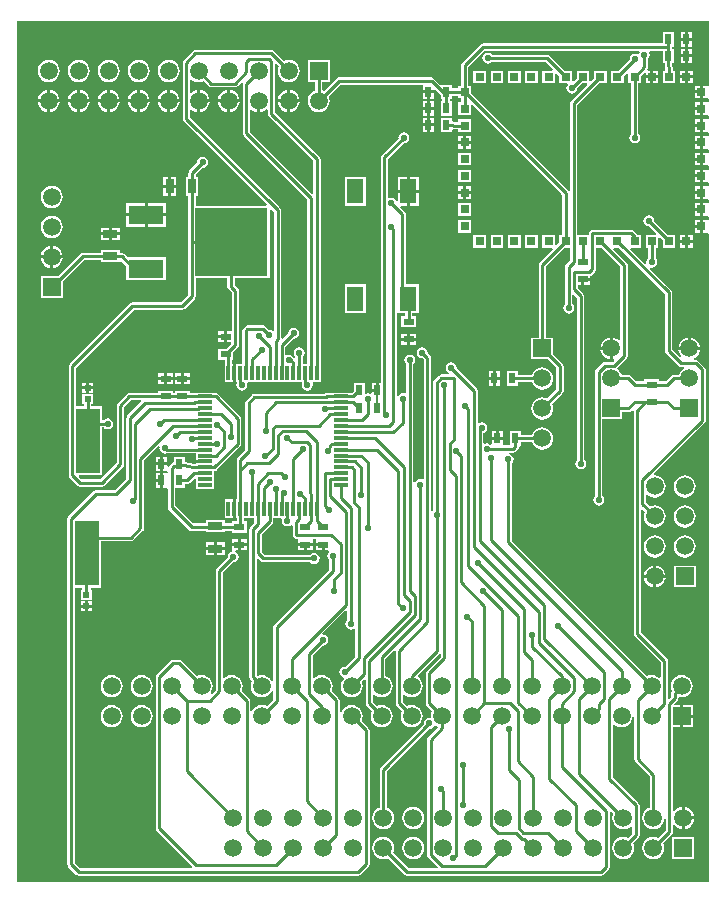
<source format=gtl>
%FSLAX25Y25*%
%MOIN*%
G70*
G01*
G75*
G04 Layer_Physical_Order=1*
G04 Layer_Color=255*
%ADD10R,0.07874X0.21654*%
%ADD11R,0.03543X0.02362*%
%ADD12R,0.02362X0.03543*%
%ADD13R,0.02362X0.01969*%
%ADD14R,0.05118X0.02756*%
%ADD15R,0.01181X0.04724*%
%ADD16R,0.04724X0.01181*%
%ADD17R,0.11811X0.06299*%
%ADD18R,0.24410X0.22835*%
%ADD19R,0.02835X0.02835*%
%ADD20R,0.02835X0.02835*%
%ADD21R,0.02756X0.05118*%
%ADD22R,0.05512X0.08268*%
%ADD23C,0.01000*%
%ADD24C,0.00800*%
%ADD25R,0.05906X0.05906*%
%ADD26C,0.05906*%
%ADD27R,0.05906X0.05906*%
%ADD28C,0.02200*%
G36*
X1055500Y1261119D02*
X1055117D01*
Y1261119D01*
X1053500D01*
Y1259002D01*
Y1256885D01*
X1055117D01*
Y1256885D01*
X1055146D01*
X1055500Y1256531D01*
Y1255525D01*
X1055117D01*
Y1255525D01*
X1053500D01*
Y1253407D01*
Y1251290D01*
X1055117D01*
Y1251290D01*
X1055146D01*
X1055500Y1250937D01*
Y1249930D01*
X1055117D01*
Y1249930D01*
X1053500D01*
Y1247813D01*
Y1245696D01*
X1055117D01*
Y1245696D01*
X1055146D01*
X1055500Y1245342D01*
Y1244336D01*
X1055117D01*
Y1244336D01*
X1053500D01*
Y1242219D01*
Y1240101D01*
X1055117D01*
Y1240101D01*
X1055146D01*
X1055500Y1239748D01*
Y1238741D01*
X1055117D01*
Y1238741D01*
X1053500D01*
Y1236624D01*
Y1234507D01*
X1055117D01*
Y1234507D01*
X1055146D01*
X1055500Y1234153D01*
Y1233147D01*
X1055117D01*
Y1233147D01*
X1053500D01*
Y1231030D01*
Y1228912D01*
X1055117D01*
Y1228912D01*
X1055146D01*
X1055500Y1228559D01*
Y1227552D01*
X1055117D01*
Y1227552D01*
X1053500D01*
Y1225435D01*
Y1223318D01*
X1055117D01*
Y1223318D01*
X1055146D01*
X1055500Y1222964D01*
Y1221958D01*
X1055117D01*
Y1221958D01*
X1053500D01*
Y1219841D01*
Y1217723D01*
X1055117D01*
Y1217723D01*
X1055146D01*
X1055500Y1217370D01*
Y1216363D01*
X1055117D01*
Y1216363D01*
X1053500D01*
Y1214246D01*
Y1212129D01*
X1055117D01*
Y1212129D01*
X1055146D01*
X1055500Y1211775D01*
Y995500D01*
X825000D01*
Y1229000D01*
Y1282500D01*
X1055500D01*
Y1261119D01*
D02*
G37*
%LPC*%
G36*
X1047500Y1208748D02*
X1045883D01*
Y1207131D01*
X1047500D01*
Y1208748D01*
D02*
G37*
G36*
X1050117D02*
X1048500D01*
Y1207131D01*
X1050117D01*
Y1208748D01*
D02*
G37*
G36*
X998491Y1211365D02*
X994257D01*
Y1207131D01*
X998491D01*
Y1211365D01*
D02*
G37*
G36*
X987019D02*
X982784D01*
Y1207131D01*
X987019D01*
Y1211365D01*
D02*
G37*
G36*
X992755D02*
X988521D01*
Y1207131D01*
X992755D01*
Y1211365D01*
D02*
G37*
G36*
X855500Y1211240D02*
X852741D01*
Y1209662D01*
X855500D01*
Y1211240D01*
D02*
G37*
G36*
X836500Y1217684D02*
X835546Y1217559D01*
X834658Y1217191D01*
X833895Y1216605D01*
X833309Y1215842D01*
X832941Y1214954D01*
X832816Y1214000D01*
X832941Y1213046D01*
X833309Y1212158D01*
X833895Y1211395D01*
X834658Y1210809D01*
X835546Y1210441D01*
X836500Y1210316D01*
X837454Y1210441D01*
X838342Y1210809D01*
X839105Y1211395D01*
X839691Y1212158D01*
X840059Y1213046D01*
X840184Y1214000D01*
X840059Y1214954D01*
X839691Y1215842D01*
X839105Y1216605D01*
X838342Y1217191D01*
X837454Y1217559D01*
X836500Y1217684D01*
D02*
G37*
G36*
X976283Y1216363D02*
X972048D01*
Y1212129D01*
X976283D01*
Y1216363D01*
D02*
G37*
G36*
X1050117Y1211365D02*
X1048500D01*
Y1209748D01*
X1050117D01*
Y1211365D01*
D02*
G37*
G36*
X859259Y1211240D02*
X856500D01*
Y1209662D01*
X859259D01*
Y1211240D01*
D02*
G37*
G36*
X1047500Y1211365D02*
X1045883D01*
Y1209748D01*
X1047500D01*
Y1211365D01*
D02*
G37*
G36*
X941098Y1194921D02*
X934186D01*
Y1185253D01*
X941098D01*
Y1194921D01*
D02*
G37*
G36*
X1015972Y1196047D02*
X1014000D01*
Y1194666D01*
X1015972D01*
Y1196047D01*
D02*
G37*
G36*
X894000Y1179334D02*
X892028D01*
Y1177953D01*
X894000D01*
Y1179334D01*
D02*
G37*
G36*
X955000Y1178428D02*
X953028D01*
Y1177047D01*
X955000D01*
Y1178428D01*
D02*
G37*
G36*
X957972D02*
X956000D01*
Y1177047D01*
X957972D01*
Y1178428D01*
D02*
G37*
G36*
X859259Y1206338D02*
X852741D01*
Y1205483D01*
X846760D01*
X846292Y1205390D01*
X845895Y1205125D01*
X838422Y1197653D01*
X832847D01*
Y1190347D01*
X840153D01*
Y1195922D01*
X847267Y1203036D01*
X852741D01*
Y1202182D01*
X859259D01*
Y1202417D01*
X859721Y1202608D01*
X861395Y1200935D01*
Y1196158D01*
X874605D01*
Y1203857D01*
X861933D01*
X860665Y1205125D01*
X860268Y1205390D01*
X859800Y1205483D01*
X859259D01*
Y1206338D01*
D02*
G37*
G36*
X837000Y1207618D02*
Y1204500D01*
X840118D01*
X840059Y1204954D01*
X839691Y1205842D01*
X839105Y1206605D01*
X838342Y1207191D01*
X837454Y1207559D01*
X837000Y1207618D01*
D02*
G37*
G36*
X981283Y1211365D02*
X977048D01*
Y1207131D01*
X981283D01*
Y1211365D01*
D02*
G37*
G36*
X836000Y1207618D02*
X835546Y1207559D01*
X834658Y1207191D01*
X833895Y1206605D01*
X833309Y1205842D01*
X832941Y1204954D01*
X832882Y1204500D01*
X836000D01*
Y1207618D01*
D02*
G37*
G36*
Y1203500D02*
X832882D01*
X832941Y1203046D01*
X833309Y1202158D01*
X833895Y1201395D01*
X834658Y1200809D01*
X835546Y1200441D01*
X836000Y1200382D01*
Y1203500D01*
D02*
G37*
G36*
X840118D02*
X837000D01*
Y1200382D01*
X837454Y1200441D01*
X838342Y1200809D01*
X839105Y1201395D01*
X839691Y1202158D01*
X840059Y1203046D01*
X840118Y1203500D01*
D02*
G37*
G36*
X973666Y1224935D02*
X972048D01*
Y1223318D01*
X973666D01*
Y1224935D01*
D02*
G37*
G36*
X976283D02*
X974666D01*
Y1223318D01*
X976283D01*
Y1224935D01*
D02*
G37*
G36*
X958814Y1225413D02*
X955858D01*
Y1221080D01*
X958814D01*
Y1225413D01*
D02*
G37*
G36*
X1052500Y1221958D02*
X1050882D01*
Y1220341D01*
X1052500D01*
Y1221958D01*
D02*
G37*
G36*
X941098Y1230747D02*
X934186D01*
Y1221080D01*
X941098D01*
Y1230747D01*
D02*
G37*
G36*
X1052500Y1224935D02*
X1050882D01*
Y1223318D01*
X1052500D01*
Y1224935D01*
D02*
G37*
G36*
X976283Y1227552D02*
X974666D01*
Y1225935D01*
X976283D01*
Y1227552D01*
D02*
G37*
G36*
X1052500D02*
X1050882D01*
Y1225935D01*
X1052500D01*
Y1227552D01*
D02*
G37*
G36*
X973666D02*
X972048D01*
Y1225935D01*
X973666D01*
Y1227552D01*
D02*
G37*
G36*
X875260Y1227000D02*
X873682D01*
Y1224241D01*
X875260D01*
Y1227000D01*
D02*
G37*
G36*
X877838D02*
X876260D01*
Y1224241D01*
X877838D01*
Y1227000D01*
D02*
G37*
G36*
X867500Y1217500D02*
X861395D01*
Y1214150D01*
X867500D01*
Y1217500D01*
D02*
G37*
G36*
X874605D02*
X868500D01*
Y1214150D01*
X874605D01*
Y1217500D01*
D02*
G37*
G36*
X859259Y1213818D02*
X856500D01*
Y1212240D01*
X859259D01*
Y1213818D01*
D02*
G37*
G36*
X1052500Y1213746D02*
X1050882D01*
Y1212129D01*
X1052500D01*
Y1213746D01*
D02*
G37*
G36*
X855500Y1213818D02*
X852741D01*
Y1212240D01*
X855500D01*
Y1213818D01*
D02*
G37*
G36*
X1052500Y1216363D02*
X1050882D01*
Y1214746D01*
X1052500D01*
Y1216363D01*
D02*
G37*
G36*
X874605Y1221850D02*
X868500D01*
Y1218500D01*
X874605D01*
Y1221850D01*
D02*
G37*
G36*
X836500Y1227684D02*
X835546Y1227559D01*
X834658Y1227191D01*
X833895Y1226605D01*
X833309Y1225842D01*
X832941Y1224954D01*
X832816Y1224000D01*
X832941Y1223046D01*
X833309Y1222158D01*
X833895Y1221395D01*
X834658Y1220809D01*
X835546Y1220441D01*
X836500Y1220316D01*
X837454Y1220441D01*
X838342Y1220809D01*
X839105Y1221395D01*
X839691Y1222158D01*
X840059Y1223046D01*
X840184Y1224000D01*
X840059Y1224954D01*
X839691Y1225842D01*
X839105Y1226605D01*
X838342Y1227191D01*
X837454Y1227559D01*
X836500Y1227684D01*
D02*
G37*
G36*
X867500Y1221850D02*
X861395D01*
Y1218500D01*
X867500D01*
Y1221850D01*
D02*
G37*
G36*
X976283Y1221958D02*
X972048D01*
Y1217723D01*
X976283D01*
Y1221958D01*
D02*
G37*
G36*
X1052500Y1219341D02*
X1050882D01*
Y1217723D01*
X1052500D01*
Y1219341D01*
D02*
G37*
G36*
X1047500Y1121184D02*
X1046546Y1121059D01*
X1045658Y1120691D01*
X1044895Y1120105D01*
X1044309Y1119342D01*
X1043941Y1118454D01*
X1043816Y1117500D01*
X1043941Y1116546D01*
X1044309Y1115658D01*
X1044895Y1114895D01*
X1045658Y1114309D01*
X1046546Y1113941D01*
X1047500Y1113816D01*
X1048454Y1113941D01*
X1049342Y1114309D01*
X1050105Y1114895D01*
X1050691Y1115658D01*
X1051059Y1116546D01*
X1051184Y1117500D01*
X1051059Y1118454D01*
X1050691Y1119342D01*
X1050105Y1120105D01*
X1049342Y1120691D01*
X1048454Y1121059D01*
X1047500Y1121184D01*
D02*
G37*
G36*
X896843Y1123161D02*
X894083D01*
Y1117036D01*
X896843D01*
Y1120098D01*
Y1123161D01*
D02*
G37*
G36*
X1047500Y1111184D02*
X1046546Y1111059D01*
X1045658Y1110691D01*
X1044895Y1110105D01*
X1044309Y1109342D01*
X1043941Y1108454D01*
X1043816Y1107500D01*
X1043941Y1106546D01*
X1044309Y1105658D01*
X1044895Y1104895D01*
X1045658Y1104309D01*
X1046546Y1103941D01*
X1047500Y1103816D01*
X1048454Y1103941D01*
X1049342Y1104309D01*
X1050105Y1104895D01*
X1050691Y1105658D01*
X1051059Y1106546D01*
X1051184Y1107500D01*
X1051059Y1108454D01*
X1050691Y1109342D01*
X1050105Y1110105D01*
X1049342Y1110691D01*
X1048454Y1111059D01*
X1047500Y1111184D01*
D02*
G37*
G36*
X1038000Y1101118D02*
Y1098000D01*
X1041118D01*
X1041059Y1098454D01*
X1040691Y1099342D01*
X1040105Y1100105D01*
X1039342Y1100691D01*
X1038454Y1101059D01*
X1038000Y1101118D01*
D02*
G37*
G36*
X1037500Y1111184D02*
X1036546Y1111059D01*
X1035658Y1110691D01*
X1034895Y1110105D01*
X1034309Y1109342D01*
X1033941Y1108454D01*
X1033816Y1107500D01*
X1033941Y1106546D01*
X1034309Y1105658D01*
X1034895Y1104895D01*
X1035658Y1104309D01*
X1036546Y1103941D01*
X1037500Y1103816D01*
X1038454Y1103941D01*
X1039342Y1104309D01*
X1040105Y1104895D01*
X1040691Y1105658D01*
X1041059Y1106546D01*
X1041184Y1107500D01*
X1041059Y1108454D01*
X1040691Y1109342D01*
X1040105Y1110105D01*
X1039342Y1110691D01*
X1038454Y1111059D01*
X1037500Y1111184D01*
D02*
G37*
G36*
X1047500Y1131184D02*
X1046546Y1131059D01*
X1045658Y1130691D01*
X1044895Y1130105D01*
X1044309Y1129342D01*
X1043941Y1128454D01*
X1043816Y1127500D01*
X1043941Y1126546D01*
X1044309Y1125658D01*
X1044895Y1124895D01*
X1045658Y1124309D01*
X1046546Y1123941D01*
X1047500Y1123816D01*
X1048454Y1123941D01*
X1049342Y1124309D01*
X1050105Y1124895D01*
X1050691Y1125658D01*
X1051059Y1126546D01*
X1051184Y1127500D01*
X1051059Y1128454D01*
X1050691Y1129342D01*
X1050105Y1130105D01*
X1049342Y1130691D01*
X1048454Y1131059D01*
X1047500Y1131184D01*
D02*
G37*
G36*
X850381Y1159969D02*
X849000D01*
Y1158784D01*
X850381D01*
Y1159969D01*
D02*
G37*
G36*
X944453Y1161972D02*
X943072D01*
Y1160000D01*
X944453D01*
Y1161972D01*
D02*
G37*
G36*
X848000Y1159969D02*
X846619D01*
Y1158784D01*
X848000D01*
Y1159969D01*
D02*
G37*
G36*
X984547Y1145972D02*
X983166D01*
Y1144000D01*
X984547D01*
Y1145972D01*
D02*
G37*
G36*
X986928D02*
X985547D01*
Y1144000D01*
X986928D01*
Y1145972D01*
D02*
G37*
G36*
X1050618Y1016500D02*
X1047500D01*
Y1013382D01*
X1047954Y1013441D01*
X1048842Y1013809D01*
X1049605Y1014395D01*
X1050191Y1015158D01*
X1050559Y1016046D01*
X1050618Y1016500D01*
D02*
G37*
G36*
X1047500Y1020618D02*
Y1017500D01*
X1050618D01*
X1050559Y1017954D01*
X1050191Y1018842D01*
X1049605Y1019605D01*
X1048842Y1020191D01*
X1047954Y1020559D01*
X1047500Y1020618D01*
D02*
G37*
G36*
X957000Y1020684D02*
X956046Y1020559D01*
X955158Y1020191D01*
X954395Y1019605D01*
X953809Y1018842D01*
X953441Y1017954D01*
X953316Y1017000D01*
X953441Y1016046D01*
X953809Y1015158D01*
X954395Y1014395D01*
X955158Y1013809D01*
X956046Y1013441D01*
X957000Y1013316D01*
X957954Y1013441D01*
X958842Y1013809D01*
X959605Y1014395D01*
X960191Y1015158D01*
X960559Y1016046D01*
X960684Y1017000D01*
X960559Y1017954D01*
X960191Y1018842D01*
X959605Y1019605D01*
X958842Y1020191D01*
X957954Y1020559D01*
X957000Y1020684D01*
D02*
G37*
G36*
Y1010684D02*
X956046Y1010559D01*
X955158Y1010191D01*
X954395Y1009605D01*
X953809Y1008842D01*
X953441Y1007954D01*
X953316Y1007000D01*
X953441Y1006046D01*
X953809Y1005158D01*
X954395Y1004395D01*
X955158Y1003809D01*
X956046Y1003441D01*
X957000Y1003316D01*
X957954Y1003441D01*
X958842Y1003809D01*
X959605Y1004395D01*
X960191Y1005158D01*
X960559Y1006046D01*
X960684Y1007000D01*
X960559Y1007954D01*
X960191Y1008842D01*
X959605Y1009605D01*
X958842Y1010191D01*
X957954Y1010559D01*
X957000Y1010684D01*
D02*
G37*
G36*
X1050653Y1010653D02*
X1043347D01*
Y1003347D01*
X1050653D01*
Y1010653D01*
D02*
G37*
G36*
X1050153Y1050461D02*
X1047000D01*
Y1047308D01*
X1050153D01*
Y1050461D01*
D02*
G37*
G36*
X1041118Y1097000D02*
X1038000D01*
Y1093882D01*
X1038454Y1093941D01*
X1039342Y1094309D01*
X1040105Y1094895D01*
X1040691Y1095658D01*
X1041059Y1096546D01*
X1041118Y1097000D01*
D02*
G37*
G36*
X1037000Y1101118D02*
X1036546Y1101059D01*
X1035658Y1100691D01*
X1034895Y1100105D01*
X1034309Y1099342D01*
X1033941Y1098454D01*
X1033882Y1098000D01*
X1037000D01*
Y1101118D01*
D02*
G37*
G36*
Y1097000D02*
X1033882D01*
X1033941Y1096546D01*
X1034309Y1095658D01*
X1034895Y1094895D01*
X1035658Y1094309D01*
X1036546Y1093941D01*
X1037000Y1093882D01*
Y1097000D01*
D02*
G37*
G36*
X1050153Y1054613D02*
X1047000D01*
Y1051461D01*
X1050153D01*
Y1054613D01*
D02*
G37*
G36*
X1051153Y1101153D02*
X1043847D01*
Y1093847D01*
X1051153D01*
Y1101153D01*
D02*
G37*
G36*
X1000000Y1167184D02*
X999046Y1167059D01*
X998158Y1166691D01*
X997395Y1166105D01*
X996809Y1165342D01*
X996553Y1164723D01*
X991834D01*
Y1165972D01*
X988072D01*
Y1161028D01*
X991834D01*
Y1162276D01*
X996553D01*
X996809Y1161658D01*
X997395Y1160895D01*
X998158Y1160309D01*
X999046Y1159941D01*
X1000000Y1159816D01*
X1000954Y1159941D01*
X1001842Y1160309D01*
X1002605Y1160895D01*
X1003191Y1161658D01*
X1003559Y1162546D01*
X1003684Y1163500D01*
X1003559Y1164454D01*
X1003191Y1165342D01*
X1002605Y1166105D01*
X1001842Y1166691D01*
X1000954Y1167059D01*
X1000000Y1167184D01*
D02*
G37*
G36*
X1022500Y1173000D02*
X1019382D01*
X1019441Y1172546D01*
X1019809Y1171658D01*
X1020395Y1170895D01*
X1021158Y1170309D01*
X1022046Y1169941D01*
X1022500Y1169882D01*
Y1173000D01*
D02*
G37*
G36*
X985928Y1165972D02*
X984547D01*
Y1164000D01*
X985928D01*
Y1165972D01*
D02*
G37*
G36*
X882472Y1165334D02*
X880500D01*
Y1163953D01*
X882472D01*
Y1165334D01*
D02*
G37*
G36*
X983547Y1165972D02*
X982166D01*
Y1164000D01*
X983547D01*
Y1165972D01*
D02*
G37*
G36*
X1022500Y1177118D02*
X1022046Y1177059D01*
X1021158Y1176691D01*
X1020395Y1176105D01*
X1019809Y1175342D01*
X1019441Y1174454D01*
X1019382Y1174000D01*
X1022500D01*
Y1177118D01*
D02*
G37*
G36*
X957972Y1176047D02*
X956000D01*
Y1174666D01*
X957972D01*
Y1176047D01*
D02*
G37*
G36*
X894000Y1176953D02*
X892028D01*
Y1175572D01*
X894000D01*
Y1176953D01*
D02*
G37*
G36*
X955000Y1176047D02*
X953028D01*
Y1174666D01*
X955000D01*
Y1176047D01*
D02*
G37*
G36*
X1048500Y1177118D02*
X1048046Y1177059D01*
X1047158Y1176691D01*
X1046395Y1176105D01*
X1045809Y1175342D01*
X1045441Y1174454D01*
X1045382Y1174000D01*
X1048500D01*
Y1177118D01*
D02*
G37*
G36*
X1049500D02*
Y1174000D01*
X1052618D01*
X1052559Y1174454D01*
X1052191Y1175342D01*
X1051605Y1176105D01*
X1050842Y1176691D01*
X1049954Y1177059D01*
X1049500Y1177118D01*
D02*
G37*
G36*
X985928Y1163000D02*
X984547D01*
Y1161028D01*
X985928D01*
Y1163000D01*
D02*
G37*
G36*
X874000Y1162953D02*
X872028D01*
Y1161572D01*
X874000D01*
Y1162953D01*
D02*
G37*
G36*
X983547Y1163000D02*
X982166D01*
Y1161028D01*
X983547D01*
Y1163000D01*
D02*
G37*
G36*
X848000Y1162153D02*
X846619D01*
Y1160969D01*
X848000D01*
Y1162153D01*
D02*
G37*
G36*
X850381D02*
X849000D01*
Y1160969D01*
X850381D01*
Y1162153D01*
D02*
G37*
G36*
X876972Y1162953D02*
X875000D01*
Y1161572D01*
X876972D01*
Y1162953D01*
D02*
G37*
G36*
Y1165334D02*
X875000D01*
Y1163953D01*
X876972D01*
Y1165334D01*
D02*
G37*
G36*
X879500D02*
X877528D01*
Y1163953D01*
X879500D01*
Y1165334D01*
D02*
G37*
G36*
X874000D02*
X872028D01*
Y1163953D01*
X874000D01*
Y1165334D01*
D02*
G37*
G36*
X879500Y1162953D02*
X877528D01*
Y1161572D01*
X879500D01*
Y1162953D01*
D02*
G37*
G36*
X882472D02*
X880500D01*
Y1161572D01*
X882472D01*
Y1162953D01*
D02*
G37*
G36*
X954858Y1230747D02*
X951902D01*
Y1226413D01*
X954858D01*
Y1230747D01*
D02*
G37*
G36*
X1047453Y1276000D02*
X1046072D01*
Y1274028D01*
X1047453D01*
Y1276000D01*
D02*
G37*
G36*
X1049834Y1273472D02*
X1048453D01*
Y1271500D01*
X1049834D01*
Y1273472D01*
D02*
G37*
G36*
X876000Y1259618D02*
Y1256500D01*
X879118D01*
X879059Y1256954D01*
X878691Y1257842D01*
X878105Y1258605D01*
X877342Y1259191D01*
X876454Y1259559D01*
X876000Y1259618D01*
D02*
G37*
G36*
X866000D02*
Y1256500D01*
X869118D01*
X869059Y1256954D01*
X868691Y1257842D01*
X868105Y1258605D01*
X867342Y1259191D01*
X866454Y1259559D01*
X866000Y1259618D01*
D02*
G37*
G36*
X875000D02*
X874546Y1259559D01*
X873658Y1259191D01*
X872895Y1258605D01*
X872309Y1257842D01*
X871941Y1256954D01*
X871882Y1256500D01*
X875000D01*
Y1259618D01*
D02*
G37*
G36*
X961547Y1258500D02*
X960166D01*
Y1256528D01*
X961547D01*
Y1258500D01*
D02*
G37*
G36*
X963928D02*
X962547D01*
Y1256528D01*
X963928D01*
Y1258500D01*
D02*
G37*
G36*
X916000Y1259618D02*
Y1256500D01*
X919118D01*
X919059Y1256954D01*
X918691Y1257842D01*
X918105Y1258605D01*
X917342Y1259191D01*
X916454Y1259559D01*
X916000Y1259618D01*
D02*
G37*
G36*
X1047453Y1273472D02*
X1046072D01*
Y1271500D01*
X1047453D01*
Y1273472D01*
D02*
G37*
G36*
X915000Y1259618D02*
X914546Y1259559D01*
X913658Y1259191D01*
X912895Y1258605D01*
X912309Y1257842D01*
X911941Y1256954D01*
X911882Y1256500D01*
X915000D01*
Y1259618D01*
D02*
G37*
G36*
X835000D02*
X834546Y1259559D01*
X833658Y1259191D01*
X832895Y1258605D01*
X832309Y1257842D01*
X831941Y1256954D01*
X831882Y1256500D01*
X835000D01*
Y1259618D01*
D02*
G37*
G36*
X836000D02*
Y1256500D01*
X839118D01*
X839059Y1256954D01*
X838691Y1257842D01*
X838105Y1258605D01*
X837342Y1259191D01*
X836454Y1259559D01*
X836000Y1259618D01*
D02*
G37*
G36*
X963928Y1255972D02*
X962547D01*
Y1254000D01*
X963928D01*
Y1255972D01*
D02*
G37*
G36*
X1052500Y1255525D02*
X1050882D01*
Y1253907D01*
X1052500D01*
Y1255525D01*
D02*
G37*
G36*
X961547Y1255972D02*
X960166D01*
Y1254000D01*
X961547D01*
Y1255972D01*
D02*
G37*
G36*
X856000Y1259618D02*
Y1256500D01*
X859118D01*
X859059Y1256954D01*
X858691Y1257842D01*
X858105Y1258605D01*
X857342Y1259191D01*
X856454Y1259559D01*
X856000Y1259618D01*
D02*
G37*
G36*
X865000D02*
X864546Y1259559D01*
X863658Y1259191D01*
X862895Y1258605D01*
X862309Y1257842D01*
X861941Y1256954D01*
X861882Y1256500D01*
X865000D01*
Y1259618D01*
D02*
G37*
G36*
X855000D02*
X854546Y1259559D01*
X853658Y1259191D01*
X852895Y1258605D01*
X852309Y1257842D01*
X851941Y1256954D01*
X851882Y1256500D01*
X855000D01*
Y1259618D01*
D02*
G37*
G36*
X845000D02*
X844546Y1259559D01*
X843658Y1259191D01*
X842895Y1258605D01*
X842309Y1257842D01*
X841941Y1256954D01*
X841882Y1256500D01*
X845000D01*
Y1259618D01*
D02*
G37*
G36*
X846000D02*
Y1256500D01*
X849118D01*
X849059Y1256954D01*
X848691Y1257842D01*
X848105Y1258605D01*
X847342Y1259191D01*
X846454Y1259559D01*
X846000Y1259618D01*
D02*
G37*
G36*
X1052500Y1258502D02*
X1050882D01*
Y1256885D01*
X1052500D01*
Y1258502D01*
D02*
G37*
G36*
X1050117Y1266117D02*
X1048500D01*
Y1264500D01*
X1050117D01*
Y1266117D01*
D02*
G37*
G36*
X1047500D02*
X1045883D01*
Y1264500D01*
X1047500D01*
Y1266117D01*
D02*
G37*
G36*
X835500Y1269684D02*
X834546Y1269559D01*
X833658Y1269191D01*
X832895Y1268605D01*
X832309Y1267842D01*
X831941Y1266954D01*
X831816Y1266000D01*
X831941Y1265046D01*
X832309Y1264158D01*
X832895Y1263395D01*
X833658Y1262809D01*
X834546Y1262441D01*
X835500Y1262316D01*
X836454Y1262441D01*
X837342Y1262809D01*
X838105Y1263395D01*
X838691Y1264158D01*
X839059Y1265046D01*
X839184Y1266000D01*
X839059Y1266954D01*
X838691Y1267842D01*
X838105Y1268605D01*
X837342Y1269191D01*
X836454Y1269559D01*
X835500Y1269684D01*
D02*
G37*
G36*
X1047500Y1263500D02*
X1045883D01*
Y1261883D01*
X1047500D01*
Y1263500D01*
D02*
G37*
G36*
X1050117D02*
X1048500D01*
Y1261883D01*
X1050117D01*
Y1263500D01*
D02*
G37*
G36*
X845500Y1269684D02*
X844546Y1269559D01*
X843658Y1269191D01*
X842895Y1268605D01*
X842309Y1267842D01*
X841941Y1266954D01*
X841816Y1266000D01*
X841941Y1265046D01*
X842309Y1264158D01*
X842895Y1263395D01*
X843658Y1262809D01*
X844546Y1262441D01*
X845500Y1262316D01*
X846454Y1262441D01*
X847342Y1262809D01*
X848105Y1263395D01*
X848691Y1264158D01*
X849059Y1265046D01*
X849184Y1266000D01*
X849059Y1266954D01*
X848691Y1267842D01*
X848105Y1268605D01*
X847342Y1269191D01*
X846454Y1269559D01*
X845500Y1269684D01*
D02*
G37*
G36*
X855500D02*
X854546Y1269559D01*
X853658Y1269191D01*
X852895Y1268605D01*
X852309Y1267842D01*
X851941Y1266954D01*
X851816Y1266000D01*
X851941Y1265046D01*
X852309Y1264158D01*
X852895Y1263395D01*
X853658Y1262809D01*
X854546Y1262441D01*
X855500Y1262316D01*
X856454Y1262441D01*
X857342Y1262809D01*
X858105Y1263395D01*
X858691Y1264158D01*
X859059Y1265046D01*
X859184Y1266000D01*
X859059Y1266954D01*
X858691Y1267842D01*
X858105Y1268605D01*
X857342Y1269191D01*
X856454Y1269559D01*
X855500Y1269684D01*
D02*
G37*
G36*
X865500D02*
X864546Y1269559D01*
X863658Y1269191D01*
X862895Y1268605D01*
X862309Y1267842D01*
X861941Y1266954D01*
X861816Y1266000D01*
X861941Y1265046D01*
X862309Y1264158D01*
X862895Y1263395D01*
X863658Y1262809D01*
X864546Y1262441D01*
X865500Y1262316D01*
X866454Y1262441D01*
X867342Y1262809D01*
X868105Y1263395D01*
X868691Y1264158D01*
X869059Y1265046D01*
X869184Y1266000D01*
X869059Y1266954D01*
X868691Y1267842D01*
X868105Y1268605D01*
X867342Y1269191D01*
X866454Y1269559D01*
X865500Y1269684D01*
D02*
G37*
G36*
X1038645Y1266117D02*
X1037028D01*
Y1264500D01*
X1038645D01*
Y1266117D01*
D02*
G37*
G36*
X875500Y1269684D02*
X874546Y1269559D01*
X873658Y1269191D01*
X872895Y1268605D01*
X872309Y1267842D01*
X871941Y1266954D01*
X871816Y1266000D01*
X871941Y1265046D01*
X872309Y1264158D01*
X872895Y1263395D01*
X873658Y1262809D01*
X874546Y1262441D01*
X875500Y1262316D01*
X876454Y1262441D01*
X877342Y1262809D01*
X878105Y1263395D01*
X878691Y1264158D01*
X879059Y1265046D01*
X879184Y1266000D01*
X879059Y1266954D01*
X878691Y1267842D01*
X878105Y1268605D01*
X877342Y1269191D01*
X876454Y1269559D01*
X875500Y1269684D01*
D02*
G37*
G36*
X987019Y1266117D02*
X982784D01*
Y1261883D01*
X987019D01*
Y1266117D01*
D02*
G37*
G36*
X992755D02*
X988521D01*
Y1261883D01*
X992755D01*
Y1266117D01*
D02*
G37*
G36*
X981283D02*
X977048D01*
Y1261883D01*
X981283D01*
Y1266117D01*
D02*
G37*
G36*
X1052500Y1261119D02*
X1050882D01*
Y1259502D01*
X1052500D01*
Y1261119D01*
D02*
G37*
G36*
X1043928Y1278972D02*
X1040166D01*
Y1275224D01*
X980300D01*
X979832Y1275130D01*
X979435Y1274865D01*
X973301Y1268731D01*
X973035Y1268334D01*
X972942Y1267866D01*
Y1261119D01*
X972048D01*
Y1260225D01*
X971002D01*
X970992Y1260223D01*
X969834D01*
Y1261472D01*
X966072D01*
X966072Y1261472D01*
Y1261472D01*
X966063Y1261468D01*
X964065Y1263465D01*
X963668Y1263730D01*
X963200Y1263824D01*
X932100D01*
X931632Y1263730D01*
X931235Y1263465D01*
X927185Y1259416D01*
X926723Y1259607D01*
Y1262347D01*
X929153D01*
Y1269653D01*
X921847D01*
Y1262347D01*
X924277D01*
Y1259447D01*
X923658Y1259191D01*
X922895Y1258605D01*
X922309Y1257842D01*
X921941Y1256954D01*
X921816Y1256000D01*
X921941Y1255046D01*
X922309Y1254158D01*
X922895Y1253395D01*
X923658Y1252809D01*
X924546Y1252441D01*
X925500Y1252316D01*
X926454Y1252441D01*
X927342Y1252809D01*
X928105Y1253395D01*
X928691Y1254158D01*
X929059Y1255046D01*
X929184Y1256000D01*
X929059Y1256954D01*
X928802Y1257572D01*
X932607Y1261376D01*
X960166D01*
Y1259500D01*
X963957D01*
X964390Y1259679D01*
X966072Y1257998D01*
Y1256528D01*
X966729D01*
Y1255972D01*
X966072D01*
Y1251028D01*
X969834D01*
Y1255972D01*
X969176D01*
Y1256528D01*
X969834D01*
Y1257777D01*
X971000D01*
X971010Y1257778D01*
X972048D01*
Y1256885D01*
X972942D01*
Y1255525D01*
X972048D01*
Y1251290D01*
X976283D01*
Y1254501D01*
X976745Y1254692D01*
X1006623Y1224815D01*
Y1211365D01*
X1005729D01*
Y1208861D01*
X1004690Y1207821D01*
X1004228Y1208013D01*
Y1211365D01*
X999993D01*
Y1207131D01*
X1003345D01*
X1003537Y1206669D01*
X999135Y1202267D01*
X998870Y1201870D01*
X998777Y1201402D01*
Y1177153D01*
X996347D01*
Y1169847D01*
X1001923D01*
X1004629Y1167140D01*
Y1159860D01*
X1001572Y1156802D01*
X1000954Y1157059D01*
X1000000Y1157184D01*
X999046Y1157059D01*
X998158Y1156691D01*
X997395Y1156105D01*
X996809Y1155342D01*
X996441Y1154454D01*
X996316Y1153500D01*
X996441Y1152546D01*
X996809Y1151658D01*
X997395Y1150895D01*
X998158Y1150309D01*
X999046Y1149941D01*
X1000000Y1149816D01*
X1000954Y1149941D01*
X1001842Y1150309D01*
X1002605Y1150895D01*
X1003191Y1151658D01*
X1003559Y1152546D01*
X1003684Y1153500D01*
X1003559Y1154454D01*
X1003302Y1155072D01*
X1006718Y1158488D01*
X1006983Y1158885D01*
X1007076Y1159353D01*
X1007076Y1159353D01*
X1007076Y1159353D01*
Y1159353D01*
Y1167647D01*
X1006983Y1168115D01*
X1006718Y1168512D01*
X1003653Y1171577D01*
Y1177153D01*
X1001223D01*
Y1200895D01*
X1007459Y1207131D01*
X1009276D01*
Y1202807D01*
X1007963Y1201493D01*
X1007698Y1201097D01*
X1007605Y1200628D01*
Y1188276D01*
X1007530Y1188226D01*
X1007133Y1187630D01*
X1006993Y1186928D01*
X1007133Y1186226D01*
X1007530Y1185631D01*
X1008126Y1185233D01*
X1008828Y1185093D01*
X1009531Y1185233D01*
X1010126Y1185631D01*
X1010524Y1186226D01*
X1010664Y1186928D01*
X1010524Y1187630D01*
X1010126Y1188226D01*
X1010052Y1188276D01*
Y1191265D01*
X1010514Y1191456D01*
X1011576Y1190393D01*
Y1136347D01*
X1011502Y1136298D01*
X1011104Y1135702D01*
X1010965Y1135000D01*
X1011104Y1134298D01*
X1011502Y1133702D01*
X1012098Y1133304D01*
X1012800Y1133165D01*
X1013502Y1133304D01*
X1014098Y1133702D01*
X1014496Y1134298D01*
X1014635Y1135000D01*
X1014496Y1135702D01*
X1014098Y1136298D01*
X1014023Y1136347D01*
Y1190900D01*
X1013930Y1191368D01*
X1013665Y1191765D01*
X1011752Y1193679D01*
Y1194666D01*
X1013000D01*
Y1196547D01*
X1013500D01*
Y1197047D01*
X1015972D01*
Y1197773D01*
X1016097Y1197798D01*
X1016494Y1198063D01*
X1017565Y1199135D01*
X1017830Y1199532D01*
X1017924Y1200000D01*
X1017924Y1200000D01*
X1017924Y1200000D01*
Y1200000D01*
Y1207131D01*
X1019706D01*
X1025976Y1200860D01*
Y1176385D01*
X1025528Y1176164D01*
X1024842Y1176691D01*
X1023954Y1177059D01*
X1023500Y1177118D01*
Y1173500D01*
Y1169882D01*
X1023824Y1169924D01*
X1024045Y1169476D01*
X1023493Y1168923D01*
X1020800D01*
X1020332Y1168830D01*
X1019935Y1168565D01*
X1017935Y1166565D01*
X1017670Y1166168D01*
X1017577Y1165700D01*
Y1124247D01*
X1017502Y1124198D01*
X1017104Y1123602D01*
X1016965Y1122900D01*
X1017104Y1122198D01*
X1017502Y1121602D01*
X1018098Y1121204D01*
X1018800Y1121065D01*
X1019502Y1121204D01*
X1020098Y1121602D01*
X1020496Y1122198D01*
X1020635Y1122900D01*
X1020496Y1123602D01*
X1020098Y1124198D01*
X1020024Y1124247D01*
Y1149847D01*
X1026653D01*
Y1152277D01*
X1028700D01*
X1029168Y1152370D01*
X1029565Y1152635D01*
X1029565Y1152635D01*
X1029565Y1152635D01*
X1029988Y1153058D01*
X1030429Y1152822D01*
X1030424Y1152794D01*
Y1078453D01*
X1030424Y1078453D01*
X1030424D01*
X1030517Y1077985D01*
X1030782Y1077588D01*
X1039474Y1068895D01*
X1039453Y1063863D01*
X1039004Y1063643D01*
X1038342Y1064151D01*
X1037454Y1064519D01*
X1036500Y1064645D01*
X1035546Y1064519D01*
X1034928Y1064263D01*
X989847Y1109344D01*
Y1135153D01*
X989921Y1135202D01*
X990319Y1135798D01*
X990459Y1136500D01*
X990319Y1137202D01*
X989921Y1137798D01*
X989326Y1138196D01*
X988907Y1138279D01*
X988956Y1138776D01*
X990153D01*
X990621Y1138870D01*
X991018Y1139135D01*
X991018Y1139135D01*
X991018Y1139135D01*
X991818Y1139935D01*
X992083Y1140332D01*
X992176Y1140800D01*
Y1140800D01*
X992176Y1140800D01*
X992633Y1141028D01*
X992834D01*
Y1142276D01*
X996553D01*
X996809Y1141658D01*
X997395Y1140895D01*
X998158Y1140309D01*
X999046Y1139941D01*
X1000000Y1139816D01*
X1000954Y1139941D01*
X1001842Y1140309D01*
X1002605Y1140895D01*
X1003191Y1141658D01*
X1003559Y1142546D01*
X1003684Y1143500D01*
X1003559Y1144454D01*
X1003191Y1145342D01*
X1002605Y1146105D01*
X1001842Y1146691D01*
X1000954Y1147059D01*
X1000000Y1147184D01*
X999046Y1147059D01*
X998158Y1146691D01*
X997395Y1146105D01*
X996809Y1145342D01*
X996553Y1144724D01*
X992834D01*
Y1145972D01*
X989072D01*
Y1141224D01*
X986928D01*
Y1143000D01*
X983166D01*
Y1141582D01*
X982725Y1141346D01*
X982202Y1141696D01*
X981500Y1141835D01*
X980798Y1141696D01*
X980764Y1141673D01*
X980324Y1141909D01*
Y1145349D01*
X980602Y1145404D01*
X981198Y1145802D01*
X981596Y1146398D01*
X981735Y1147100D01*
X981596Y1147802D01*
X981198Y1148398D01*
X980602Y1148796D01*
X979900Y1148935D01*
X979198Y1148796D01*
X978998Y1148662D01*
X978557Y1148898D01*
Y1159266D01*
X978464Y1159734D01*
X978199Y1160131D01*
X971418Y1166912D01*
X971435Y1167000D01*
X971296Y1167702D01*
X970898Y1168298D01*
X970302Y1168696D01*
X969600Y1168835D01*
X968898Y1168696D01*
X968302Y1168298D01*
X967904Y1167702D01*
X967765Y1167000D01*
X967904Y1166298D01*
X968302Y1165702D01*
X968898Y1165304D01*
X968802Y1164824D01*
X966400D01*
X965932Y1164730D01*
X965535Y1164465D01*
X963935Y1162865D01*
X963670Y1162468D01*
X963577Y1162000D01*
Y1119514D01*
X963175Y1119217D01*
X962924Y1119293D01*
Y1170300D01*
X962830Y1170768D01*
X962565Y1171165D01*
X961818Y1171912D01*
X961835Y1172000D01*
X961696Y1172702D01*
X961298Y1173298D01*
X960702Y1173696D01*
X960000Y1173835D01*
X959298Y1173696D01*
X958702Y1173298D01*
X958304Y1172702D01*
X958165Y1172000D01*
X958304Y1171298D01*
X958702Y1170702D01*
X959298Y1170304D01*
X960000Y1170165D01*
X960088Y1170182D01*
X960476Y1169793D01*
Y1129976D01*
X960036Y1129741D01*
X959902Y1129830D01*
X959200Y1129969D01*
X958498Y1129830D01*
X957902Y1129432D01*
X957504Y1128836D01*
X957024Y1128932D01*
Y1168253D01*
X957098Y1168302D01*
X957496Y1168898D01*
X957635Y1169600D01*
X957496Y1170302D01*
X957098Y1170898D01*
X956502Y1171296D01*
X955800Y1171435D01*
X955098Y1171296D01*
X954502Y1170898D01*
X954104Y1170302D01*
X953965Y1169600D01*
X954104Y1168898D01*
X954502Y1168302D01*
X954576Y1168253D01*
Y1158815D01*
X954190Y1158498D01*
X953500Y1158635D01*
X952798Y1158496D01*
X952202Y1158098D01*
X951936Y1157699D01*
X951458Y1157844D01*
Y1185253D01*
X951902D01*
Y1185253D01*
X954276D01*
Y1184334D01*
X953028D01*
Y1180572D01*
X957972D01*
Y1184334D01*
X956723D01*
Y1185253D01*
X958814D01*
Y1194921D01*
X954624D01*
Y1218200D01*
X954530Y1218668D01*
X954265Y1219065D01*
X952713Y1220618D01*
X952904Y1221080D01*
X954858D01*
Y1225413D01*
X951902D01*
Y1222605D01*
X951405Y1222556D01*
X951396Y1222602D01*
X950998Y1223198D01*
X950402Y1223596D01*
X949700Y1223735D01*
X949010Y1223598D01*
X948623Y1223915D01*
Y1236693D01*
X953812Y1241882D01*
X953900Y1241865D01*
X954602Y1242004D01*
X955198Y1242402D01*
X955596Y1242998D01*
X955735Y1243700D01*
X955596Y1244402D01*
X955198Y1244998D01*
X954602Y1245396D01*
X953900Y1245535D01*
X953198Y1245396D01*
X952602Y1244998D01*
X952204Y1244402D01*
X952065Y1243700D01*
X952082Y1243612D01*
X946535Y1238065D01*
X946270Y1237668D01*
X946177Y1237200D01*
Y1161972D01*
X945453D01*
Y1159500D01*
X944953D01*
Y1159000D01*
X943072D01*
Y1158716D01*
X942685Y1158399D01*
X942000Y1158535D01*
X941315Y1158399D01*
X940928Y1158716D01*
Y1161972D01*
X937166D01*
Y1159349D01*
X936540Y1158724D01*
X935838D01*
Y1158791D01*
X929713D01*
Y1158724D01*
X928100D01*
X927632Y1158630D01*
X927322Y1158424D01*
X904020D01*
X903552Y1158330D01*
X903393Y1158224D01*
X903155Y1158065D01*
X901235Y1156145D01*
X900970Y1155748D01*
X900877Y1155280D01*
Y1139740D01*
X898446Y1137309D01*
X898181Y1136912D01*
X898088Y1136444D01*
Y1132800D01*
Y1123161D01*
X897843D01*
Y1120098D01*
Y1117036D01*
X898088D01*
Y1115834D01*
X896528D01*
Y1115176D01*
X894259D01*
Y1116318D01*
X887741D01*
Y1115176D01*
X883594D01*
X877724Y1121047D01*
Y1127028D01*
X880834D01*
Y1128277D01*
X881600D01*
X882068Y1128370D01*
X882465Y1128635D01*
X883976Y1130146D01*
X884438Y1129954D01*
Y1128650D01*
Y1126682D01*
X890562D01*
Y1128650D01*
Y1130619D01*
Y1132587D01*
Y1132654D01*
X890622D01*
X891090Y1132748D01*
X891487Y1133013D01*
X899365Y1140891D01*
X899630Y1141288D01*
X899724Y1141756D01*
X899724Y1141756D01*
X899724Y1141756D01*
Y1141756D01*
Y1150100D01*
X899630Y1150568D01*
X899365Y1150965D01*
X891965Y1158365D01*
X891568Y1158630D01*
X891100Y1158724D01*
X890562D01*
Y1158791D01*
X884438D01*
Y1158724D01*
X883937D01*
X883700Y1158771D01*
X882472D01*
Y1159428D01*
X877528D01*
Y1158771D01*
X876972D01*
Y1159428D01*
X872028D01*
Y1158771D01*
X862386D01*
X861918Y1158678D01*
X861521Y1158412D01*
X858435Y1155326D01*
X858170Y1154929D01*
X858076Y1154461D01*
Y1135332D01*
X852643Y1129898D01*
X846332D01*
X845518Y1130712D01*
X845710Y1131174D01*
X853137D01*
Y1147176D01*
X853753D01*
X853802Y1147102D01*
X854398Y1146704D01*
X855100Y1146565D01*
X855802Y1146704D01*
X856398Y1147102D01*
X856796Y1147698D01*
X856935Y1148400D01*
X856796Y1149102D01*
X856398Y1149698D01*
X855802Y1150096D01*
X855100Y1150235D01*
X854398Y1150096D01*
X853802Y1149698D01*
X853753Y1149623D01*
X853137D01*
Y1154228D01*
X849724D01*
Y1154847D01*
X850381D01*
Y1158216D01*
X846619D01*
Y1154847D01*
X847276D01*
Y1154228D01*
X844524D01*
Y1167093D01*
X863847Y1186417D01*
X880000D01*
X880468Y1186510D01*
X880865Y1186775D01*
X884105Y1190015D01*
X884371Y1190412D01*
X884371Y1190412D01*
X884371Y1190412D01*
X884464Y1190880D01*
Y1196887D01*
X895044D01*
Y1194032D01*
X895044Y1194032D01*
X895044D01*
X895137Y1193564D01*
X895403Y1193167D01*
X896424Y1192145D01*
Y1179334D01*
X895000D01*
Y1177453D01*
Y1175572D01*
X896141D01*
X896332Y1175110D01*
X894651Y1173428D01*
X892028D01*
Y1169666D01*
X894151D01*
Y1168436D01*
X894083D01*
Y1162312D01*
X896843D01*
Y1165374D01*
Y1168436D01*
X896597D01*
Y1169666D01*
X896972D01*
Y1172289D01*
X898513Y1173830D01*
X898778Y1174227D01*
X898872Y1174695D01*
Y1192652D01*
X898778Y1193120D01*
X898513Y1193517D01*
X897491Y1194539D01*
Y1196887D01*
X909173D01*
Y1219844D01*
X909634Y1220035D01*
X910577Y1219093D01*
Y1179555D01*
X910135Y1179319D01*
X909662Y1179636D01*
X908960Y1179776D01*
X908872Y1179758D01*
X907815Y1180815D01*
X907418Y1181080D01*
X906950Y1181174D01*
X901648D01*
X901180Y1181080D01*
X900783Y1180815D01*
X900414Y1180447D01*
X900149Y1180050D01*
X900056Y1179582D01*
Y1168436D01*
X897843D01*
Y1165374D01*
Y1162312D01*
X898088D01*
Y1161862D01*
X897976Y1161300D01*
X898115Y1160598D01*
X898513Y1160002D01*
X899109Y1159604D01*
X899811Y1159465D01*
X900513Y1159604D01*
X901109Y1160002D01*
X901507Y1160598D01*
X901646Y1161300D01*
X901522Y1161925D01*
X901839Y1162312D01*
X919741D01*
Y1162035D01*
X919834Y1161567D01*
X919899Y1161471D01*
X919865Y1161300D01*
X920004Y1160598D01*
X920402Y1160002D01*
X920998Y1159604D01*
X921700Y1159465D01*
X922402Y1159604D01*
X922998Y1160002D01*
X923396Y1160598D01*
X923535Y1161300D01*
X923411Y1161925D01*
X923728Y1162312D01*
X926192D01*
Y1168436D01*
X926125D01*
Y1236551D01*
X926032Y1237019D01*
X925767Y1237416D01*
X910876Y1252307D01*
Y1268240D01*
X911338Y1268431D01*
X912197Y1267572D01*
X911941Y1266954D01*
X911816Y1266000D01*
X911941Y1265046D01*
X912309Y1264158D01*
X912895Y1263395D01*
X913658Y1262809D01*
X914546Y1262441D01*
X915500Y1262316D01*
X916454Y1262441D01*
X917342Y1262809D01*
X918105Y1263395D01*
X918691Y1264158D01*
X919059Y1265046D01*
X919184Y1266000D01*
X919059Y1266954D01*
X918691Y1267842D01*
X918105Y1268605D01*
X917342Y1269191D01*
X916454Y1269559D01*
X915500Y1269684D01*
X914546Y1269559D01*
X913928Y1269302D01*
X910512Y1272718D01*
X910115Y1272983D01*
X909647Y1273076D01*
X884353D01*
X883885Y1272983D01*
X883488Y1272718D01*
X880435Y1269665D01*
X880170Y1269268D01*
X880077Y1268800D01*
Y1250100D01*
X880077Y1250100D01*
X880077D01*
X880170Y1249632D01*
X880435Y1249235D01*
X908086Y1221583D01*
X907895Y1221121D01*
X884464D01*
Y1224241D01*
X885318D01*
Y1230759D01*
X884464D01*
Y1231493D01*
X886653Y1233682D01*
X886740Y1233665D01*
X887442Y1233804D01*
X888038Y1234202D01*
X888436Y1234798D01*
X888575Y1235500D01*
X888436Y1236202D01*
X888038Y1236798D01*
X887442Y1237196D01*
X886740Y1237335D01*
X886038Y1237196D01*
X885443Y1236798D01*
X885045Y1236202D01*
X884905Y1235500D01*
X884922Y1235412D01*
X882375Y1232865D01*
X882110Y1232468D01*
X882017Y1232000D01*
Y1230759D01*
X881162D01*
Y1224241D01*
X882017D01*
Y1209004D01*
Y1191387D01*
X879493Y1188864D01*
X863340D01*
X862872Y1188771D01*
X862475Y1188505D01*
X842435Y1168465D01*
X842170Y1168068D01*
X842076Y1167600D01*
Y1131200D01*
X842076Y1131200D01*
X842076D01*
X842170Y1130732D01*
X842435Y1130335D01*
X844960Y1127810D01*
X844960Y1127810D01*
X844960D01*
X844960Y1127810D01*
X844960D01*
X844960Y1127810D01*
Y1127810D01*
Y1127810D01*
D01*
D01*
X844960D01*
Y1127810D01*
X845357Y1127545D01*
X845825Y1127452D01*
X853150D01*
X853618Y1127545D01*
X854015Y1127810D01*
X860165Y1133960D01*
X860430Y1134357D01*
X860430Y1134357D01*
X860430Y1134357D01*
X860524Y1134825D01*
Y1153954D01*
X862893Y1156324D01*
X866240D01*
X866432Y1155862D01*
X861735Y1151165D01*
X861470Y1150768D01*
X861376Y1150300D01*
Y1130107D01*
X857493Y1126223D01*
X851100D01*
X850632Y1126130D01*
X850235Y1125865D01*
X842035Y1117665D01*
X841770Y1117268D01*
X841677Y1116800D01*
Y1001600D01*
X841677Y1001600D01*
X841677D01*
X841770Y1001132D01*
X842035Y1000735D01*
X844635Y998135D01*
X844873Y997976D01*
X845032Y997870D01*
X845500Y997777D01*
X938600D01*
X939068Y997870D01*
X939465Y998135D01*
X939465Y998135D01*
X939465Y998135D01*
X942065Y1000735D01*
X942224Y1000973D01*
X942330Y1001132D01*
X942424Y1001600D01*
Y1046261D01*
X942330Y1046729D01*
X942065Y1047126D01*
X939802Y1049388D01*
X940059Y1050007D01*
X940184Y1050961D01*
X940059Y1051914D01*
X939691Y1052803D01*
X939105Y1053566D01*
X938342Y1054151D01*
X937454Y1054519D01*
X936500Y1054645D01*
X935546Y1054519D01*
X934658Y1054151D01*
X933895Y1053566D01*
X933309Y1052803D01*
X932941Y1051914D01*
X932922Y1051771D01*
X932423Y1051804D01*
Y1056261D01*
X932330Y1056729D01*
X932065Y1057126D01*
X929803Y1059388D01*
X930059Y1060007D01*
X930184Y1060961D01*
X930059Y1061914D01*
X929691Y1062803D01*
X929105Y1063566D01*
X928342Y1064151D01*
X927454Y1064519D01*
X926500Y1064645D01*
X925546Y1064519D01*
X924658Y1064151D01*
X923972Y1063625D01*
X923524Y1063846D01*
Y1071193D01*
X926712Y1074382D01*
X926800Y1074365D01*
X927502Y1074504D01*
X928098Y1074902D01*
X928496Y1075498D01*
X928635Y1076200D01*
X928496Y1076902D01*
X928098Y1077498D01*
X927502Y1077896D01*
X926874Y1078020D01*
X926729Y1078499D01*
X934515Y1086284D01*
X934976Y1086093D01*
Y1082947D01*
X934902Y1082898D01*
X934504Y1082302D01*
X934365Y1081600D01*
X934504Y1080898D01*
X934902Y1080302D01*
X935498Y1079904D01*
X936200Y1079765D01*
X936902Y1079904D01*
X937136Y1080060D01*
X937576Y1079825D01*
Y1070707D01*
X934288Y1067418D01*
X934200Y1067435D01*
X933498Y1067296D01*
X932902Y1066898D01*
X932504Y1066302D01*
X932365Y1065600D01*
X932504Y1064898D01*
X932902Y1064302D01*
X933498Y1063904D01*
X933603Y1063883D01*
X933780Y1063416D01*
X933309Y1062803D01*
X932941Y1061914D01*
X932816Y1060961D01*
X932941Y1060007D01*
X933309Y1059118D01*
X933895Y1058355D01*
X934658Y1057770D01*
X935546Y1057402D01*
X936500Y1057276D01*
X937454Y1057402D01*
X938342Y1057770D01*
X939105Y1058355D01*
X939691Y1059118D01*
X940059Y1060007D01*
X940184Y1060961D01*
X940059Y1061914D01*
X939802Y1062533D01*
X940615Y1063345D01*
X941076Y1063153D01*
Y1055161D01*
X941170Y1054692D01*
X941435Y1054295D01*
X943198Y1052533D01*
X942941Y1051914D01*
X942816Y1050961D01*
X942941Y1050007D01*
X943309Y1049119D01*
X943895Y1048355D01*
X944658Y1047770D01*
X945546Y1047402D01*
X946500Y1047276D01*
X947454Y1047402D01*
X948342Y1047770D01*
X949105Y1048355D01*
X949691Y1049119D01*
X950059Y1050007D01*
X950184Y1050961D01*
X950059Y1051914D01*
X949691Y1052803D01*
X949105Y1053566D01*
X948342Y1054151D01*
X947454Y1054519D01*
X946500Y1054645D01*
X945546Y1054519D01*
X944928Y1054263D01*
X943524Y1055667D01*
Y1058075D01*
X943972Y1058296D01*
X944658Y1057770D01*
X945546Y1057402D01*
X946500Y1057276D01*
X947454Y1057402D01*
X948342Y1057770D01*
X949105Y1058355D01*
X949691Y1059118D01*
X950059Y1060007D01*
X950184Y1060961D01*
X950059Y1061914D01*
X949691Y1062803D01*
X949105Y1063566D01*
X948342Y1064151D01*
X947723Y1064408D01*
Y1069993D01*
X950615Y1072884D01*
X951077Y1072693D01*
Y1055161D01*
X951170Y1054692D01*
X951435Y1054295D01*
X953197Y1052533D01*
X952941Y1051914D01*
X952816Y1050961D01*
X952941Y1050007D01*
X953309Y1049119D01*
X953895Y1048355D01*
X954658Y1047770D01*
X955546Y1047402D01*
X956500Y1047276D01*
X957454Y1047402D01*
X958342Y1047770D01*
X959105Y1048355D01*
X959691Y1049119D01*
X960059Y1050007D01*
X960184Y1050961D01*
X960059Y1051914D01*
X959691Y1052803D01*
X959105Y1053566D01*
X958342Y1054151D01*
X957454Y1054519D01*
X956500Y1054645D01*
X955546Y1054519D01*
X954928Y1054263D01*
X953524Y1055667D01*
Y1058075D01*
X953972Y1058296D01*
X954658Y1057770D01*
X955546Y1057402D01*
X956500Y1057276D01*
X957454Y1057402D01*
X958342Y1057770D01*
X959105Y1058355D01*
X959691Y1059118D01*
X960059Y1060007D01*
X960184Y1060961D01*
X960059Y1061914D01*
X959691Y1062803D01*
X959105Y1063566D01*
X958496Y1064034D01*
X958463Y1064532D01*
X965665Y1071735D01*
X965698Y1071784D01*
X966177Y1071639D01*
Y1070807D01*
X961435Y1066065D01*
X961170Y1065668D01*
X961077Y1065200D01*
Y1055161D01*
X961077Y1055161D01*
X961077D01*
X961170Y1054692D01*
X961435Y1054295D01*
X963198Y1052533D01*
X962941Y1051914D01*
X962816Y1050961D01*
X962855Y1050659D01*
X962490Y1050317D01*
X962400Y1050335D01*
X961698Y1050196D01*
X961102Y1049798D01*
X960704Y1049202D01*
X960565Y1048500D01*
X960582Y1048412D01*
X946135Y1033965D01*
X945870Y1033568D01*
X945776Y1033100D01*
Y1020447D01*
X945158Y1020191D01*
X944395Y1019605D01*
X943809Y1018842D01*
X943441Y1017954D01*
X943316Y1017000D01*
X943441Y1016046D01*
X943809Y1015158D01*
X944395Y1014395D01*
X945158Y1013809D01*
X946046Y1013441D01*
X947000Y1013316D01*
X947954Y1013441D01*
X948842Y1013809D01*
X949605Y1014395D01*
X950191Y1015158D01*
X950559Y1016046D01*
X950684Y1017000D01*
X950559Y1017954D01*
X950191Y1018842D01*
X949605Y1019605D01*
X948842Y1020191D01*
X948223Y1020447D01*
Y1032593D01*
X962312Y1046682D01*
X962400Y1046665D01*
X963102Y1046804D01*
X963698Y1047202D01*
X964071Y1047760D01*
X964564Y1047842D01*
X964658Y1047770D01*
X964979Y1047637D01*
X965076Y1047147D01*
X961935Y1044006D01*
X961670Y1043609D01*
X961576Y1043140D01*
Y1004800D01*
X961576Y1004800D01*
X961576D01*
X961670Y1004332D01*
X961935Y1003935D01*
X965184Y1000685D01*
X964993Y1000224D01*
X955507D01*
X950303Y1005428D01*
X950559Y1006046D01*
X950684Y1007000D01*
X950559Y1007954D01*
X950191Y1008842D01*
X949605Y1009605D01*
X948842Y1010191D01*
X947954Y1010559D01*
X947000Y1010684D01*
X946046Y1010559D01*
X945158Y1010191D01*
X944395Y1009605D01*
X943809Y1008842D01*
X943441Y1007954D01*
X943316Y1007000D01*
X943441Y1006046D01*
X943809Y1005158D01*
X944395Y1004395D01*
X945158Y1003809D01*
X946046Y1003441D01*
X947000Y1003316D01*
X947954Y1003441D01*
X948572Y1003697D01*
X954135Y998135D01*
X954532Y997870D01*
X955000Y997777D01*
X1019700D01*
X1020168Y997870D01*
X1020565Y998135D01*
X1020565Y998135D01*
X1020565Y998135D01*
X1022065Y999635D01*
X1022330Y1000032D01*
X1022423Y1000500D01*
X1022423Y1000500D01*
X1022423Y1000500D01*
Y1000500D01*
Y1019193D01*
X1022456Y1019207D01*
X1022962Y1019307D01*
X1023697Y1018572D01*
X1023441Y1017954D01*
X1023316Y1017000D01*
X1023441Y1016046D01*
X1023809Y1015158D01*
X1024395Y1014395D01*
X1025158Y1013809D01*
X1026046Y1013441D01*
X1027000Y1013316D01*
X1027954Y1013441D01*
X1028842Y1013809D01*
X1029528Y1014336D01*
X1029976Y1014114D01*
Y1011707D01*
X1028572Y1010303D01*
X1027954Y1010559D01*
X1027000Y1010684D01*
X1026046Y1010559D01*
X1025158Y1010191D01*
X1024395Y1009605D01*
X1023809Y1008842D01*
X1023441Y1007954D01*
X1023316Y1007000D01*
X1023441Y1006046D01*
X1023809Y1005158D01*
X1024395Y1004395D01*
X1025158Y1003809D01*
X1026046Y1003441D01*
X1027000Y1003316D01*
X1027954Y1003441D01*
X1028842Y1003809D01*
X1029605Y1004395D01*
X1030191Y1005158D01*
X1030559Y1006046D01*
X1030684Y1007000D01*
X1030559Y1007954D01*
X1030303Y1008572D01*
X1032065Y1010335D01*
X1032330Y1010732D01*
X1032423Y1011200D01*
Y1021200D01*
X1032330Y1021668D01*
X1032065Y1022065D01*
X1023524Y1030607D01*
Y1048075D01*
X1023972Y1048296D01*
X1024658Y1047770D01*
X1025546Y1047402D01*
X1026500Y1047276D01*
X1027454Y1047402D01*
X1028342Y1047770D01*
X1029105Y1048355D01*
X1029691Y1049119D01*
X1030059Y1050007D01*
X1030178Y1050910D01*
X1030178D01*
X1030178Y1050910D01*
X1030311Y1050901D01*
Y1050901D01*
X1030449Y1050892D01*
X1030676Y1050679D01*
Y1036500D01*
X1030676Y1036500D01*
X1030676D01*
X1030770Y1036032D01*
X1031035Y1035635D01*
X1035777Y1030893D01*
Y1020447D01*
X1035158Y1020191D01*
X1034395Y1019605D01*
X1033809Y1018842D01*
X1033441Y1017954D01*
X1033316Y1017000D01*
X1033441Y1016046D01*
X1033809Y1015158D01*
X1034395Y1014395D01*
X1035158Y1013809D01*
X1036046Y1013441D01*
X1037000Y1013316D01*
X1037954Y1013441D01*
X1038842Y1013809D01*
X1039605Y1014395D01*
X1040191Y1015158D01*
X1040559Y1016046D01*
X1040625Y1016548D01*
X1041124Y1016515D01*
Y1012854D01*
X1038572Y1010303D01*
X1037954Y1010559D01*
X1037000Y1010684D01*
X1036046Y1010559D01*
X1035158Y1010191D01*
X1034395Y1009605D01*
X1033809Y1008842D01*
X1033441Y1007954D01*
X1033316Y1007000D01*
X1033441Y1006046D01*
X1033809Y1005158D01*
X1034395Y1004395D01*
X1035158Y1003809D01*
X1036046Y1003441D01*
X1037000Y1003316D01*
X1037954Y1003441D01*
X1038842Y1003809D01*
X1039605Y1004395D01*
X1040191Y1005158D01*
X1040559Y1006046D01*
X1040684Y1007000D01*
X1040559Y1007954D01*
X1040302Y1008572D01*
X1043212Y1011482D01*
X1043478Y1011879D01*
X1043571Y1012347D01*
Y1014691D01*
X1044044Y1014852D01*
X1044395Y1014395D01*
X1045158Y1013809D01*
X1046046Y1013441D01*
X1046500Y1013382D01*
Y1017000D01*
Y1020618D01*
X1046046Y1020559D01*
X1045158Y1020191D01*
X1044395Y1019605D01*
X1044044Y1019148D01*
X1043571Y1019309D01*
Y1047308D01*
X1046000D01*
Y1050961D01*
Y1054613D01*
X1044244D01*
X1044053Y1055075D01*
X1044965Y1055988D01*
X1045230Y1056385D01*
X1045230Y1056385D01*
X1045230Y1056385D01*
X1045323Y1056853D01*
Y1057052D01*
X1045699Y1057382D01*
X1046500Y1057276D01*
X1047454Y1057402D01*
X1048342Y1057770D01*
X1049105Y1058355D01*
X1049691Y1059118D01*
X1050059Y1060007D01*
X1050184Y1060961D01*
X1050059Y1061914D01*
X1049691Y1062803D01*
X1049105Y1063566D01*
X1048342Y1064151D01*
X1047454Y1064519D01*
X1046500Y1064645D01*
X1045546Y1064519D01*
X1044658Y1064151D01*
X1043895Y1063566D01*
X1043309Y1062803D01*
X1042941Y1061914D01*
X1042816Y1060961D01*
X1042941Y1060007D01*
X1043202Y1059377D01*
X1042970Y1059029D01*
X1042877Y1058561D01*
Y1057360D01*
X1042333Y1056816D01*
X1041871Y1057008D01*
X1041924Y1069395D01*
X1041923Y1069397D01*
X1041924Y1069400D01*
X1041877Y1069632D01*
X1041832Y1069864D01*
X1041831Y1069866D01*
X1041830Y1069868D01*
X1041699Y1070065D01*
X1041569Y1070261D01*
X1041567Y1070263D01*
X1041565Y1070265D01*
X1032871Y1078960D01*
Y1119746D01*
X1033333Y1119937D01*
X1034198Y1119072D01*
X1033941Y1118454D01*
X1033816Y1117500D01*
X1033941Y1116546D01*
X1034309Y1115658D01*
X1034895Y1114895D01*
X1035658Y1114309D01*
X1036546Y1113941D01*
X1037500Y1113816D01*
X1038454Y1113941D01*
X1039342Y1114309D01*
X1040105Y1114895D01*
X1040691Y1115658D01*
X1041059Y1116546D01*
X1041184Y1117500D01*
X1041059Y1118454D01*
X1040691Y1119342D01*
X1040105Y1120105D01*
X1039342Y1120691D01*
X1038454Y1121059D01*
X1037500Y1121184D01*
X1036546Y1121059D01*
X1035928Y1120802D01*
X1034571Y1122160D01*
Y1124578D01*
X1035019Y1124799D01*
X1035658Y1124309D01*
X1036546Y1123941D01*
X1037500Y1123816D01*
X1038454Y1123941D01*
X1039342Y1124309D01*
X1040105Y1124895D01*
X1040691Y1125658D01*
X1041059Y1126546D01*
X1041184Y1127500D01*
X1041059Y1128454D01*
X1040691Y1129342D01*
X1040105Y1130105D01*
X1039342Y1130691D01*
X1038454Y1131059D01*
X1037500Y1131184D01*
X1037367Y1131167D01*
X1037145Y1131615D01*
X1054065Y1148535D01*
X1054330Y1148932D01*
X1054424Y1149400D01*
X1054424Y1149400D01*
X1054424Y1149400D01*
Y1149400D01*
Y1166500D01*
X1054330Y1166968D01*
X1054065Y1167365D01*
X1052065Y1169365D01*
X1051668Y1169630D01*
X1051200Y1169724D01*
X1050709D01*
X1050612Y1170214D01*
X1050842Y1170309D01*
X1051605Y1170895D01*
X1052191Y1171658D01*
X1052559Y1172546D01*
X1052618Y1173000D01*
X1045382D01*
X1045441Y1172546D01*
X1045809Y1171658D01*
X1046242Y1171093D01*
X1046223Y1171077D01*
D01*
X1045866Y1170764D01*
X1043324Y1173307D01*
Y1192203D01*
X1043230Y1192671D01*
X1042965Y1193068D01*
X1035940Y1200094D01*
X1036175Y1200535D01*
X1036528Y1200465D01*
X1037230Y1200604D01*
X1037825Y1201002D01*
X1038223Y1201598D01*
X1038363Y1202300D01*
X1038223Y1203002D01*
X1037825Y1203598D01*
X1037751Y1203647D01*
Y1207131D01*
X1038645D01*
Y1210483D01*
X1039107Y1210675D01*
X1040147Y1209635D01*
Y1207131D01*
X1044381D01*
Y1211365D01*
X1041877D01*
X1037330Y1215912D01*
X1037347Y1216000D01*
X1037207Y1216702D01*
X1036810Y1217298D01*
X1036214Y1217696D01*
X1035512Y1217835D01*
X1034809Y1217696D01*
X1034214Y1217298D01*
X1033816Y1216702D01*
X1033677Y1216000D01*
X1033816Y1215298D01*
X1034214Y1214702D01*
X1034809Y1214304D01*
X1035512Y1214165D01*
X1035599Y1214182D01*
X1037954Y1211827D01*
X1037763Y1211365D01*
X1034410D01*
Y1207131D01*
X1035304D01*
Y1203647D01*
X1035230Y1203598D01*
X1034832Y1203002D01*
X1034692Y1202300D01*
X1034762Y1201948D01*
X1034321Y1201712D01*
X1029365Y1206669D01*
X1029556Y1207131D01*
X1032909D01*
Y1211365D01*
X1031796D01*
X1031657Y1211574D01*
X1030465Y1212765D01*
X1030068Y1213030D01*
X1029600Y1213124D01*
X1016700D01*
X1016232Y1213030D01*
X1015835Y1212765D01*
X1015570Y1212368D01*
X1015477Y1211900D01*
Y1211365D01*
X1011724D01*
Y1254674D01*
X1018932Y1261883D01*
X1021436D01*
Y1266117D01*
X1017202D01*
Y1263613D01*
X1016162Y1262573D01*
X1015700Y1262764D01*
Y1266117D01*
X1011465D01*
Y1263613D01*
X1010426Y1262573D01*
X1009964Y1262765D01*
Y1266117D01*
X1007459D01*
X1002512Y1271065D01*
X1002115Y1271330D01*
X1001646Y1271424D01*
X983247D01*
X983198Y1271498D01*
X982602Y1271896D01*
X981900Y1272035D01*
X981198Y1271896D01*
X980602Y1271498D01*
X980204Y1270902D01*
X980065Y1270200D01*
X980204Y1269498D01*
X980602Y1268902D01*
X981198Y1268504D01*
X981900Y1268365D01*
X982602Y1268504D01*
X983198Y1268902D01*
X983247Y1268976D01*
X1001140D01*
X1003537Y1266579D01*
X1003345Y1266117D01*
X999993D01*
Y1261883D01*
X1004228D01*
Y1265235D01*
X1004690Y1265427D01*
X1005729Y1264387D01*
Y1261883D01*
X1008245D01*
X1008481Y1261442D01*
X1008187Y1261002D01*
X1008047Y1260300D01*
X1008187Y1259598D01*
X1008585Y1259002D01*
X1009180Y1258604D01*
X1009883Y1258465D01*
X1010585Y1258604D01*
X1011180Y1259002D01*
X1011578Y1259598D01*
X1011718Y1260300D01*
X1011700Y1260388D01*
X1013196Y1261883D01*
X1014818D01*
X1015009Y1261421D01*
X1009635Y1256046D01*
X1009370Y1255649D01*
X1009276Y1255181D01*
Y1226202D01*
X1008798Y1226057D01*
X1008712Y1226186D01*
X976283Y1258615D01*
Y1261119D01*
X975389D01*
Y1267359D01*
X980807Y1272777D01*
X1032210D01*
X1032446Y1272336D01*
X1032296Y1272111D01*
X1032225Y1271754D01*
X1031763Y1271562D01*
X1031680Y1271618D01*
X1030978Y1271758D01*
X1030275Y1271618D01*
X1029680Y1271220D01*
X1029282Y1270625D01*
X1029142Y1269922D01*
X1029160Y1269835D01*
X1025442Y1266117D01*
X1022938D01*
Y1261883D01*
X1027172D01*
Y1264387D01*
X1028212Y1265427D01*
X1028674Y1265235D01*
Y1261883D01*
X1029568D01*
Y1245047D01*
X1029494Y1244998D01*
X1029096Y1244402D01*
X1028956Y1243700D01*
X1029096Y1242998D01*
X1029494Y1242402D01*
X1030089Y1242004D01*
X1030791Y1241865D01*
X1031494Y1242004D01*
X1032089Y1242402D01*
X1032487Y1242998D01*
X1032627Y1243700D01*
X1032487Y1244402D01*
X1032089Y1244998D01*
X1032015Y1245047D01*
Y1261883D01*
X1032909D01*
Y1264387D01*
X1033948Y1265427D01*
X1034410Y1265235D01*
Y1264500D01*
X1036028D01*
Y1266117D01*
X1035242D01*
X1035006Y1266558D01*
X1035122Y1266732D01*
X1035215Y1267200D01*
Y1270061D01*
X1035289Y1270111D01*
X1035687Y1270706D01*
X1035827Y1271409D01*
X1035687Y1272111D01*
X1035537Y1272336D01*
X1035773Y1272777D01*
X1040166D01*
Y1268528D01*
X1040824D01*
Y1267517D01*
X1040917Y1267048D01*
X1041040Y1266864D01*
Y1266117D01*
X1040147D01*
Y1261883D01*
X1044381D01*
Y1266117D01*
X1043487D01*
Y1267300D01*
X1043394Y1267768D01*
X1043271Y1267953D01*
Y1268528D01*
X1043928D01*
Y1273472D01*
X1043271D01*
Y1274028D01*
X1043928D01*
Y1278972D01*
D02*
G37*
G36*
X1049834Y1270500D02*
X1048453D01*
Y1268528D01*
X1049834D01*
Y1270500D01*
D02*
G37*
G36*
X1047453D02*
X1046072D01*
Y1268528D01*
X1047453D01*
Y1270500D01*
D02*
G37*
G36*
X1038645Y1263500D02*
X1037028D01*
Y1261883D01*
X1038645D01*
Y1263500D01*
D02*
G37*
G36*
X998491Y1266117D02*
X994257D01*
Y1261883D01*
X998491D01*
Y1266117D01*
D02*
G37*
G36*
X1036028Y1263500D02*
X1034410D01*
Y1261883D01*
X1036028D01*
Y1263500D01*
D02*
G37*
G36*
X919118Y1255500D02*
X916000D01*
Y1252382D01*
X916454Y1252441D01*
X917342Y1252809D01*
X918105Y1253395D01*
X918691Y1254158D01*
X919059Y1255046D01*
X919118Y1255500D01*
D02*
G37*
G36*
X1052500Y1244336D02*
X1050882D01*
Y1242719D01*
X1052500D01*
Y1244336D01*
D02*
G37*
G36*
X961547Y1247500D02*
X960166D01*
Y1245528D01*
X961547D01*
Y1247500D01*
D02*
G37*
G36*
X976283Y1244336D02*
X974666D01*
Y1242719D01*
X976283D01*
Y1244336D01*
D02*
G37*
G36*
X1052500Y1241719D02*
X1050882D01*
Y1240101D01*
X1052500D01*
Y1241719D01*
D02*
G37*
G36*
X973666Y1244336D02*
X972048D01*
Y1242719D01*
X973666D01*
Y1244336D01*
D02*
G37*
G36*
X1052500Y1249930D02*
X1050882D01*
Y1248313D01*
X1052500D01*
Y1249930D01*
D02*
G37*
G36*
X961547Y1250472D02*
X960166D01*
Y1248500D01*
X961547D01*
Y1250472D01*
D02*
G37*
G36*
X1052500Y1247313D02*
X1050882D01*
Y1245696D01*
X1052500D01*
Y1247313D01*
D02*
G37*
G36*
X963928Y1247500D02*
X962547D01*
Y1245528D01*
X963928D01*
Y1247500D01*
D02*
G37*
G36*
X969834Y1250472D02*
X966072D01*
Y1245528D01*
X969834D01*
Y1246300D01*
X970220Y1246617D01*
X970359Y1246589D01*
X972048D01*
Y1245696D01*
X976283D01*
Y1249930D01*
X972048D01*
Y1249037D01*
X970780D01*
X970640Y1249130D01*
X970172Y1249224D01*
X969834D01*
Y1250472D01*
D02*
G37*
G36*
X976283Y1241719D02*
X974666D01*
Y1240101D01*
X976283D01*
Y1241719D01*
D02*
G37*
G36*
Y1233147D02*
X972048D01*
Y1228912D01*
X976283D01*
Y1233147D01*
D02*
G37*
G36*
X1052500Y1230530D02*
X1050882D01*
Y1228912D01*
X1052500D01*
Y1230530D01*
D02*
G37*
G36*
X877838Y1230759D02*
X876260D01*
Y1228000D01*
X877838D01*
Y1230759D01*
D02*
G37*
G36*
X958814Y1230747D02*
X955858D01*
Y1226413D01*
X958814D01*
Y1230747D01*
D02*
G37*
G36*
X875260Y1230759D02*
X873682D01*
Y1228000D01*
X875260D01*
Y1230759D01*
D02*
G37*
G36*
X1052500Y1238741D02*
X1050882D01*
Y1237124D01*
X1052500D01*
Y1238741D01*
D02*
G37*
G36*
X973666Y1241719D02*
X972048D01*
Y1240101D01*
X973666D01*
Y1241719D01*
D02*
G37*
G36*
X1052500Y1236124D02*
X1050882D01*
Y1234507D01*
X1052500D01*
Y1236124D01*
D02*
G37*
G36*
Y1233147D02*
X1050882D01*
Y1231530D01*
X1052500D01*
Y1233147D01*
D02*
G37*
G36*
X976283Y1238741D02*
X972048D01*
Y1234507D01*
X976283D01*
Y1238741D01*
D02*
G37*
G36*
X869118Y1255500D02*
X866000D01*
Y1252382D01*
X866454Y1252441D01*
X867342Y1252809D01*
X868105Y1253395D01*
X868691Y1254158D01*
X869059Y1255046D01*
X869118Y1255500D01*
D02*
G37*
G36*
X875000D02*
X871882D01*
X871941Y1255046D01*
X872309Y1254158D01*
X872895Y1253395D01*
X873658Y1252809D01*
X874546Y1252441D01*
X875000Y1252382D01*
Y1255500D01*
D02*
G37*
G36*
X865000D02*
X861882D01*
X861941Y1255046D01*
X862309Y1254158D01*
X862895Y1253395D01*
X863658Y1252809D01*
X864546Y1252441D01*
X865000Y1252382D01*
Y1255500D01*
D02*
G37*
G36*
X855000D02*
X851882D01*
X851941Y1255046D01*
X852309Y1254158D01*
X852895Y1253395D01*
X853658Y1252809D01*
X854546Y1252441D01*
X855000Y1252382D01*
Y1255500D01*
D02*
G37*
G36*
X859118D02*
X856000D01*
Y1252382D01*
X856454Y1252441D01*
X857342Y1252809D01*
X858105Y1253395D01*
X858691Y1254158D01*
X859059Y1255046D01*
X859118Y1255500D01*
D02*
G37*
G36*
X1049834Y1276000D02*
X1048453D01*
Y1274028D01*
X1049834D01*
Y1276000D01*
D02*
G37*
G36*
X915000Y1255500D02*
X911882D01*
X911941Y1255046D01*
X912309Y1254158D01*
X912895Y1253395D01*
X913658Y1252809D01*
X914546Y1252441D01*
X915000Y1252382D01*
Y1255500D01*
D02*
G37*
G36*
X1047453Y1278972D02*
X1046072D01*
Y1277000D01*
X1047453D01*
Y1278972D01*
D02*
G37*
G36*
X879118Y1255500D02*
X876000D01*
Y1252382D01*
X876454Y1252441D01*
X877342Y1252809D01*
X878105Y1253395D01*
X878691Y1254158D01*
X879059Y1255046D01*
X879118Y1255500D01*
D02*
G37*
G36*
X1049834Y1278972D02*
X1048453D01*
Y1277000D01*
X1049834D01*
Y1278972D01*
D02*
G37*
G36*
X835000Y1255500D02*
X831882D01*
X831941Y1255046D01*
X832309Y1254158D01*
X832895Y1253395D01*
X833658Y1252809D01*
X834546Y1252441D01*
X835000Y1252382D01*
Y1255500D01*
D02*
G37*
G36*
X839118D02*
X836000D01*
Y1252382D01*
X836454Y1252441D01*
X837342Y1252809D01*
X838105Y1253395D01*
X838691Y1254158D01*
X839059Y1255046D01*
X839118Y1255500D01*
D02*
G37*
G36*
X961547Y1253000D02*
X960166D01*
Y1251028D01*
X961547D01*
Y1253000D01*
D02*
G37*
G36*
X1052500Y1252907D02*
X1050882D01*
Y1251290D01*
X1052500D01*
Y1252907D01*
D02*
G37*
G36*
X963928Y1253000D02*
X962547D01*
Y1251028D01*
X963928D01*
Y1253000D01*
D02*
G37*
G36*
X845000Y1255500D02*
X841882D01*
X841941Y1255046D01*
X842309Y1254158D01*
X842895Y1253395D01*
X843658Y1252809D01*
X844546Y1252441D01*
X845000Y1252382D01*
Y1255500D01*
D02*
G37*
G36*
X963928Y1250472D02*
X962547D01*
Y1248500D01*
X963928D01*
Y1250472D01*
D02*
G37*
G36*
X849118Y1255500D02*
X846000D01*
Y1252382D01*
X846454Y1252441D01*
X847342Y1252809D01*
X848105Y1253395D01*
X848691Y1254158D01*
X849059Y1255046D01*
X849118Y1255500D01*
D02*
G37*
%LPD*%
G36*
X883658Y1262809D02*
X884546Y1262441D01*
X885500Y1262316D01*
X886454Y1262441D01*
X887072Y1262698D01*
X888835Y1260935D01*
X889232Y1260670D01*
X889700Y1260577D01*
X897600D01*
X898068Y1260670D01*
X898465Y1260935D01*
X899653Y1262123D01*
X900094Y1261887D01*
X900076Y1261800D01*
Y1245300D01*
X900076Y1245300D01*
X900076D01*
X900170Y1244832D01*
X900435Y1244435D01*
X921710Y1223160D01*
Y1168436D01*
X920220D01*
Y1170650D01*
X920298Y1170702D01*
X920696Y1171298D01*
X920835Y1172000D01*
X920696Y1172702D01*
X920298Y1173298D01*
X919702Y1173696D01*
X919000Y1173835D01*
X918298Y1173696D01*
X917702Y1173298D01*
X917304Y1172702D01*
X917165Y1172000D01*
X917304Y1171298D01*
X917636Y1170801D01*
X917527Y1170440D01*
X917432Y1170298D01*
X917311Y1170247D01*
X917093Y1170465D01*
X916951Y1170560D01*
X916725Y1170898D01*
X916130Y1171296D01*
X915428Y1171435D01*
X914725Y1171296D01*
X914314Y1171515D01*
Y1174084D01*
X917012Y1176782D01*
X917100Y1176765D01*
X917802Y1176904D01*
X918398Y1177302D01*
X918796Y1177898D01*
X918935Y1178600D01*
X918796Y1179302D01*
X918398Y1179898D01*
X917802Y1180296D01*
X917100Y1180435D01*
X916398Y1180296D01*
X915802Y1179898D01*
X915404Y1179302D01*
X915265Y1178600D01*
X915282Y1178512D01*
X913485Y1176716D01*
X913023Y1176907D01*
Y1219600D01*
X912930Y1220068D01*
X912665Y1220465D01*
X882524Y1250607D01*
Y1253115D01*
X882972Y1253336D01*
X883658Y1252809D01*
X884546Y1252441D01*
X885000Y1252382D01*
Y1256000D01*
Y1259618D01*
X884546Y1259559D01*
X883658Y1259191D01*
X882972Y1258664D01*
X882524Y1258885D01*
Y1263114D01*
X882972Y1263336D01*
X883658Y1262809D01*
D02*
G37*
G36*
X1040876Y1191696D02*
Y1172800D01*
X1040876Y1172800D01*
X1040876D01*
X1040970Y1172332D01*
X1041235Y1171935D01*
X1045535Y1167635D01*
X1045932Y1167370D01*
X1046400Y1167276D01*
X1047291D01*
X1047388Y1166786D01*
X1047158Y1166691D01*
X1046395Y1166105D01*
X1045809Y1165342D01*
X1045553Y1164723D01*
X1043747D01*
X1043279Y1164630D01*
X1042882Y1164365D01*
X1041193Y1162676D01*
X1038972D01*
Y1163334D01*
X1034028D01*
Y1162676D01*
X1031254D01*
X1029565Y1164365D01*
X1029168Y1164630D01*
X1028700Y1164723D01*
X1026447D01*
X1026191Y1165342D01*
X1025605Y1166105D01*
X1025087Y1166503D01*
X1025074Y1166523D01*
X1025042Y1167011D01*
X1028065Y1170035D01*
X1028330Y1170432D01*
X1028424Y1170900D01*
Y1201367D01*
X1028330Y1201835D01*
X1028065Y1202232D01*
X1023629Y1206669D01*
X1023820Y1207131D01*
X1025442D01*
X1040876Y1191696D01*
D02*
G37*
G36*
X913353Y1116650D02*
X913224Y1116000D01*
X913363Y1115298D01*
X913761Y1114702D01*
X914357Y1114304D01*
X915059Y1114165D01*
X915761Y1114304D01*
X916335Y1114688D01*
X916547Y1114575D01*
X916776Y1114422D01*
Y1111300D01*
X916870Y1110832D01*
X917135Y1110435D01*
X917532Y1110170D01*
X918000Y1110077D01*
X918528D01*
Y1110077D01*
Y1109928D01*
X918528Y1109723D01*
X918528Y1109723D01*
X918528D01*
Y1108547D01*
X923472D01*
Y1109723D01*
X923472Y1109723D01*
D01*
D01*
X923472Y1109928D01*
D01*
X923620Y1110077D01*
X924528D01*
Y1109928D01*
X924528D01*
Y1108547D01*
X927000D01*
Y1108047D01*
X927500D01*
Y1106166D01*
X928596D01*
X928906Y1105702D01*
X928508Y1105106D01*
X928368Y1104404D01*
X928508Y1103701D01*
X928906Y1103106D01*
X928980Y1103057D01*
Y1099711D01*
X910635Y1081365D01*
X910370Y1080968D01*
X910277Y1080500D01*
Y1062670D01*
X909786Y1062572D01*
X909691Y1062803D01*
X909105Y1063566D01*
X908342Y1064151D01*
X907454Y1064519D01*
X906500Y1064645D01*
X905546Y1064519D01*
X905239Y1064392D01*
X904823Y1064670D01*
Y1103293D01*
X905285Y1103484D01*
X906135Y1102635D01*
X906135Y1102635D01*
X906135D01*
X906135Y1102635D01*
X906135D01*
X906135Y1102635D01*
Y1102635D01*
Y1102635D01*
D01*
D01*
X906135D01*
Y1102635D01*
X906532Y1102370D01*
X907000Y1102277D01*
X922603D01*
X922652Y1102202D01*
X923248Y1101804D01*
X923950Y1101665D01*
X924652Y1101804D01*
X925248Y1102202D01*
X925646Y1102798D01*
X925785Y1103500D01*
X925646Y1104202D01*
X925248Y1104798D01*
X924652Y1105196D01*
X923950Y1105335D01*
X923248Y1105196D01*
X922652Y1104798D01*
X922603Y1104723D01*
X907507D01*
X906524Y1105707D01*
Y1111593D01*
X910019Y1115088D01*
X910284Y1115485D01*
X910377Y1115954D01*
Y1117036D01*
X913036D01*
X913353Y1116650D01*
D02*
G37*
G36*
X906000Y1252382D02*
X906454Y1252441D01*
X907342Y1252809D01*
X907981Y1253299D01*
X908429Y1253078D01*
Y1251800D01*
X908522Y1251332D01*
X908788Y1250935D01*
X923678Y1236044D01*
Y1225305D01*
X923216Y1225114D01*
X902524Y1245807D01*
Y1253115D01*
X902972Y1253336D01*
X903658Y1252809D01*
X904546Y1252441D01*
X905000Y1252382D01*
Y1256000D01*
X906000D01*
Y1252382D01*
D02*
G37*
G36*
X872433Y1140626D02*
X872368Y1140300D01*
X872508Y1139598D01*
X872906Y1139002D01*
X873501Y1138604D01*
X874204Y1138465D01*
X874701Y1138564D01*
X874720Y1138560D01*
X884438D01*
Y1138493D01*
Y1136524D01*
Y1136347D01*
X887500D01*
Y1135347D01*
X884438D01*
Y1135168D01*
Y1135102D01*
X883864D01*
X880834Y1135814D01*
Y1137472D01*
X877072D01*
Y1135578D01*
X876832Y1135530D01*
X876435Y1135265D01*
X875635Y1134465D01*
X875407Y1134124D01*
X874928Y1134269D01*
Y1134500D01*
X873547D01*
Y1132528D01*
X874923D01*
X874923Y1132528D01*
Y1132528D01*
X874928Y1132528D01*
X875276Y1132180D01*
Y1131972D01*
X875276D01*
X874928D01*
X874923Y1131972D01*
X874923Y1131972D01*
Y1131972D01*
X873547D01*
Y1129500D01*
Y1127028D01*
X874923D01*
X874923Y1127028D01*
Y1127028D01*
X874928Y1127028D01*
X875276Y1126680D01*
Y1120540D01*
X875276Y1120540D01*
X875276D01*
X875370Y1120072D01*
X875635Y1119675D01*
X882222Y1113088D01*
X882619Y1112822D01*
X883087Y1112729D01*
X887741D01*
Y1112162D01*
X894259D01*
Y1112729D01*
X896528D01*
Y1112072D01*
X901472D01*
Y1115834D01*
X900535D01*
Y1117036D01*
X903993D01*
Y1115407D01*
X902735Y1114149D01*
X902470Y1113752D01*
X902376Y1113283D01*
Y1063861D01*
X902376Y1063861D01*
X902376D01*
X902470Y1063392D01*
X902735Y1062995D01*
X903197Y1062533D01*
X902941Y1061914D01*
X902816Y1060961D01*
X902941Y1060007D01*
X903309Y1059118D01*
X903895Y1058355D01*
X904658Y1057770D01*
X905546Y1057402D01*
X906500Y1057276D01*
X907454Y1057402D01*
X908342Y1057770D01*
X909105Y1058355D01*
X909691Y1059118D01*
X909786Y1059349D01*
X910277Y1059251D01*
Y1056467D01*
X908072Y1054263D01*
X907454Y1054519D01*
X906500Y1054645D01*
X905546Y1054519D01*
X904658Y1054151D01*
X903895Y1053566D01*
X903309Y1052803D01*
X903214Y1052572D01*
X902724Y1052670D01*
Y1055961D01*
X902630Y1056429D01*
X902365Y1056826D01*
X899802Y1059388D01*
X900059Y1060007D01*
X900184Y1060961D01*
X900059Y1061914D01*
X899691Y1062803D01*
X899105Y1063566D01*
X898342Y1064151D01*
X897454Y1064519D01*
X896500Y1064645D01*
X895546Y1064519D01*
X894658Y1064151D01*
X893972Y1063625D01*
X893524Y1063846D01*
Y1098793D01*
X896912Y1102182D01*
X897000Y1102165D01*
X897702Y1102304D01*
X898298Y1102702D01*
X898696Y1103298D01*
X898835Y1104000D01*
X898696Y1104702D01*
X898298Y1105298D01*
X897714Y1105688D01*
X897859Y1106166D01*
X898500D01*
Y1107547D01*
X896528D01*
Y1106166D01*
X896528D01*
Y1105741D01*
X896298Y1105696D01*
X895702Y1105298D01*
X895304Y1104702D01*
X895165Y1104000D01*
X895182Y1103912D01*
X891435Y1100165D01*
X891170Y1099768D01*
X891076Y1099300D01*
Y1059707D01*
X889764Y1058394D01*
X889388Y1058724D01*
X889691Y1059118D01*
X890059Y1060007D01*
X890184Y1060961D01*
X890059Y1061914D01*
X889691Y1062803D01*
X889105Y1063566D01*
X888342Y1064151D01*
X887454Y1064519D01*
X886500Y1064645D01*
X885546Y1064519D01*
X884928Y1064263D01*
X879826Y1069365D01*
X879429Y1069630D01*
X878961Y1069724D01*
X876800D01*
X876332Y1069630D01*
X875935Y1069365D01*
X871435Y1064865D01*
X871170Y1064468D01*
X871076Y1064000D01*
Y1013502D01*
X871076Y1013502D01*
X871076D01*
X871170Y1013033D01*
X871435Y1012636D01*
X883386Y1000685D01*
X883195Y1000224D01*
X846007D01*
X844123Y1002107D01*
Y1093772D01*
X846455D01*
X846611Y1093614D01*
X846418Y1093153D01*
X846119D01*
Y1089784D01*
X849881D01*
Y1093153D01*
X849606D01*
X849450Y1093311D01*
X849643Y1093772D01*
X852743D01*
Y1109177D01*
X862800D01*
X863268Y1109270D01*
X863665Y1109535D01*
X866865Y1112735D01*
X867130Y1113132D01*
X867223Y1113600D01*
Y1136093D01*
X871992Y1140862D01*
X872433Y1140626D01*
D02*
G37*
%LPC*%
G36*
X856500Y1064645D02*
X855546Y1064519D01*
X854658Y1064151D01*
X853895Y1063566D01*
X853309Y1062803D01*
X852941Y1061914D01*
X852816Y1060961D01*
X852941Y1060007D01*
X853309Y1059118D01*
X853895Y1058355D01*
X854658Y1057770D01*
X855546Y1057402D01*
X856500Y1057276D01*
X857454Y1057402D01*
X858342Y1057770D01*
X859105Y1058355D01*
X859691Y1059118D01*
X860059Y1060007D01*
X860184Y1060961D01*
X860059Y1061914D01*
X859691Y1062803D01*
X859105Y1063566D01*
X858342Y1064151D01*
X857454Y1064519D01*
X856500Y1064645D01*
D02*
G37*
G36*
X866500D02*
X865546Y1064519D01*
X864658Y1064151D01*
X863895Y1063566D01*
X863309Y1062803D01*
X862941Y1061914D01*
X862816Y1060961D01*
X862941Y1060007D01*
X863309Y1059118D01*
X863895Y1058355D01*
X864658Y1057770D01*
X865546Y1057402D01*
X866500Y1057276D01*
X867454Y1057402D01*
X868342Y1057770D01*
X869105Y1058355D01*
X869691Y1059118D01*
X870059Y1060007D01*
X870184Y1060961D01*
X870059Y1061914D01*
X869691Y1062803D01*
X869105Y1063566D01*
X868342Y1064151D01*
X867454Y1064519D01*
X866500Y1064645D01*
D02*
G37*
G36*
Y1054645D02*
X865546Y1054519D01*
X864658Y1054151D01*
X863895Y1053566D01*
X863309Y1052803D01*
X862941Y1051914D01*
X862816Y1050961D01*
X862941Y1050007D01*
X863309Y1049119D01*
X863895Y1048355D01*
X864658Y1047770D01*
X865546Y1047402D01*
X866500Y1047276D01*
X867454Y1047402D01*
X868342Y1047770D01*
X869105Y1048355D01*
X869691Y1049119D01*
X870059Y1050007D01*
X870184Y1050961D01*
X870059Y1051914D01*
X869691Y1052803D01*
X869105Y1053566D01*
X868342Y1054151D01*
X867454Y1054519D01*
X866500Y1054645D01*
D02*
G37*
G36*
X856500D02*
X855546Y1054519D01*
X854658Y1054151D01*
X853895Y1053566D01*
X853309Y1052803D01*
X852941Y1051914D01*
X852816Y1050961D01*
X852941Y1050007D01*
X853309Y1049119D01*
X853895Y1048355D01*
X854658Y1047770D01*
X855546Y1047402D01*
X856500Y1047276D01*
X857454Y1047402D01*
X858342Y1047770D01*
X859105Y1048355D01*
X859691Y1049119D01*
X860059Y1050007D01*
X860184Y1050961D01*
X860059Y1051914D01*
X859691Y1052803D01*
X859105Y1053566D01*
X858342Y1054151D01*
X857454Y1054519D01*
X856500Y1054645D01*
D02*
G37*
G36*
X847500Y1089216D02*
X846119D01*
Y1088032D01*
X847500D01*
Y1089216D01*
D02*
G37*
G36*
X849881D02*
X848500D01*
Y1088032D01*
X849881D01*
Y1089216D01*
D02*
G37*
G36*
X847500Y1087032D02*
X846119D01*
Y1085847D01*
X847500D01*
Y1087032D01*
D02*
G37*
G36*
X849881D02*
X848500D01*
Y1085847D01*
X849881D01*
Y1087032D01*
D02*
G37*
G36*
X874928Y1137472D02*
X873547D01*
Y1135500D01*
X874928D01*
Y1137472D01*
D02*
G37*
G36*
X896000Y1259618D02*
Y1256500D01*
X899118D01*
X899059Y1256954D01*
X898691Y1257842D01*
X898105Y1258605D01*
X897342Y1259191D01*
X896454Y1259559D01*
X896000Y1259618D01*
D02*
G37*
G36*
X872547Y1137472D02*
X871166D01*
Y1135500D01*
X872547D01*
Y1137472D01*
D02*
G37*
G36*
Y1131972D02*
X871166D01*
Y1130000D01*
X872547D01*
Y1131972D01*
D02*
G37*
G36*
Y1134500D02*
X871166D01*
Y1132528D01*
X872547D01*
Y1134500D01*
D02*
G37*
G36*
X895000Y1255500D02*
X891882D01*
X891941Y1255046D01*
X892309Y1254158D01*
X892895Y1253395D01*
X893658Y1252809D01*
X894546Y1252441D01*
X895000Y1252382D01*
Y1255500D01*
D02*
G37*
G36*
X889118D02*
X886000D01*
Y1252382D01*
X886454Y1252441D01*
X887342Y1252809D01*
X888105Y1253395D01*
X888691Y1254158D01*
X889059Y1255046D01*
X889118Y1255500D01*
D02*
G37*
G36*
X899118D02*
X896000D01*
Y1252382D01*
X896454Y1252441D01*
X897342Y1252809D01*
X898105Y1253395D01*
X898691Y1254158D01*
X899059Y1255046D01*
X899118Y1255500D01*
D02*
G37*
G36*
X895000Y1259618D02*
X894546Y1259559D01*
X893658Y1259191D01*
X892895Y1258605D01*
X892309Y1257842D01*
X891941Y1256954D01*
X891882Y1256500D01*
X895000D01*
Y1259618D01*
D02*
G37*
G36*
X886000D02*
Y1256500D01*
X889118D01*
X889059Y1256954D01*
X888691Y1257842D01*
X888105Y1258605D01*
X887342Y1259191D01*
X886454Y1259559D01*
X886000Y1259618D01*
D02*
G37*
G36*
X872547Y1129000D02*
X871166D01*
Y1127028D01*
X872547D01*
Y1129000D01*
D02*
G37*
G36*
X920500Y1107547D02*
X918528D01*
Y1106166D01*
X920500D01*
Y1107547D01*
D02*
G37*
G36*
X923472D02*
X921500D01*
Y1106166D01*
X923472D01*
Y1107547D01*
D02*
G37*
G36*
X901472D02*
X899500D01*
Y1106166D01*
X901472D01*
Y1107547D01*
D02*
G37*
G36*
X890500Y1106260D02*
X887741D01*
Y1104682D01*
X890500D01*
Y1106260D01*
D02*
G37*
G36*
X894259D02*
X891500D01*
Y1104682D01*
X894259D01*
Y1106260D01*
D02*
G37*
G36*
X898500Y1109928D02*
X896528D01*
Y1108547D01*
X898500D01*
Y1109928D01*
D02*
G37*
G36*
X901472D02*
X899500D01*
Y1108547D01*
X901472D01*
Y1109928D01*
D02*
G37*
G36*
X894259Y1108838D02*
X891500D01*
Y1107260D01*
X894259D01*
Y1108838D01*
D02*
G37*
G36*
X926500Y1107547D02*
X924528D01*
Y1106166D01*
X926500D01*
Y1107547D01*
D02*
G37*
G36*
X890500Y1108838D02*
X887741D01*
Y1107260D01*
X890500D01*
Y1108838D01*
D02*
G37*
%LPD*%
D10*
X848106Y1105299D02*
D03*
X848500Y1142701D02*
D03*
D11*
X1036500Y1161453D02*
D03*
Y1155547D02*
D03*
X921000Y1108047D02*
D03*
Y1113953D02*
D03*
X955500Y1176547D02*
D03*
Y1182453D02*
D03*
X874500Y1163453D02*
D03*
Y1157547D02*
D03*
X894500Y1177453D02*
D03*
Y1171547D02*
D03*
X899000Y1108047D02*
D03*
Y1113953D02*
D03*
X880000Y1163453D02*
D03*
Y1157547D02*
D03*
X927000Y1108047D02*
D03*
Y1113953D02*
D03*
X1013500Y1196547D02*
D03*
Y1202453D02*
D03*
D12*
X944953Y1153500D02*
D03*
X939047D02*
D03*
X873047Y1129500D02*
D03*
X878953D02*
D03*
X944953Y1159500D02*
D03*
X939047D02*
D03*
X873047Y1135000D02*
D03*
X878953D02*
D03*
X967953Y1248000D02*
D03*
X962047D02*
D03*
X1047953Y1276500D02*
D03*
X1042047D02*
D03*
X962047Y1259000D02*
D03*
X967953D02*
D03*
X962047Y1253500D02*
D03*
X967953D02*
D03*
X1047953Y1271000D02*
D03*
X1042047D02*
D03*
X985047Y1143500D02*
D03*
X990953D02*
D03*
X984047Y1163500D02*
D03*
X989953D02*
D03*
D13*
X848500Y1156531D02*
D03*
Y1160469D02*
D03*
X848000Y1091469D02*
D03*
Y1087532D02*
D03*
D14*
X891000Y1106760D02*
D03*
Y1114240D02*
D03*
X856000Y1211740D02*
D03*
Y1204260D02*
D03*
D15*
X895374Y1165374D02*
D03*
X897343D02*
D03*
X899311D02*
D03*
X901280D02*
D03*
X903248D02*
D03*
X905217D02*
D03*
X907185D02*
D03*
X909154D02*
D03*
X911122D02*
D03*
X913091D02*
D03*
X915059D02*
D03*
X917028D02*
D03*
X918996D02*
D03*
X920965D02*
D03*
X922933D02*
D03*
X924902D02*
D03*
Y1120098D02*
D03*
X922933D02*
D03*
X920965D02*
D03*
X918996D02*
D03*
X917028D02*
D03*
X915059D02*
D03*
X913091D02*
D03*
X911122D02*
D03*
X909154D02*
D03*
X907185D02*
D03*
X905217D02*
D03*
X903248D02*
D03*
X901280D02*
D03*
X899311D02*
D03*
X897343D02*
D03*
X895374D02*
D03*
D16*
X932776Y1157500D02*
D03*
Y1155532D02*
D03*
Y1153563D02*
D03*
Y1151595D02*
D03*
Y1149626D02*
D03*
Y1147658D02*
D03*
Y1145689D02*
D03*
Y1143721D02*
D03*
Y1141752D02*
D03*
Y1139784D02*
D03*
Y1137815D02*
D03*
Y1135847D02*
D03*
Y1133878D02*
D03*
Y1131910D02*
D03*
Y1129941D02*
D03*
Y1127973D02*
D03*
X887500D02*
D03*
Y1129941D02*
D03*
Y1131910D02*
D03*
Y1133878D02*
D03*
Y1135847D02*
D03*
Y1137815D02*
D03*
Y1139784D02*
D03*
Y1141752D02*
D03*
Y1143721D02*
D03*
Y1145689D02*
D03*
Y1147658D02*
D03*
Y1149626D02*
D03*
Y1151595D02*
D03*
Y1153563D02*
D03*
Y1155532D02*
D03*
Y1157500D02*
D03*
D17*
X868000Y1200008D02*
D03*
Y1218000D02*
D03*
D18*
X896268Y1209004D02*
D03*
D19*
X1053000Y1259002D02*
D03*
Y1253407D02*
D03*
Y1247813D02*
D03*
Y1242219D02*
D03*
Y1236624D02*
D03*
Y1231030D02*
D03*
Y1225435D02*
D03*
Y1219841D02*
D03*
Y1214246D02*
D03*
X974166D02*
D03*
Y1219841D02*
D03*
Y1225435D02*
D03*
Y1231030D02*
D03*
Y1236624D02*
D03*
Y1242219D02*
D03*
Y1247813D02*
D03*
Y1253407D02*
D03*
Y1259002D02*
D03*
D20*
X1048000Y1209248D02*
D03*
X1042264D02*
D03*
X1036528D02*
D03*
X1030791D02*
D03*
X1025055D02*
D03*
X1019319D02*
D03*
X1013583D02*
D03*
X1007846D02*
D03*
X1002110D02*
D03*
X996374D02*
D03*
X990638D02*
D03*
X984902D02*
D03*
X979165D02*
D03*
Y1264000D02*
D03*
X984902D02*
D03*
X990638D02*
D03*
X996374D02*
D03*
X1002110D02*
D03*
X1007846D02*
D03*
X1013583D02*
D03*
X1019319D02*
D03*
X1025055D02*
D03*
X1030791D02*
D03*
X1036528D02*
D03*
X1042264D02*
D03*
X1048000D02*
D03*
D21*
X875760Y1227500D02*
D03*
X883240D02*
D03*
D22*
X955358Y1225913D02*
D03*
Y1190087D02*
D03*
X937642Y1225913D02*
D03*
Y1190087D02*
D03*
D23*
X980300Y1274000D02*
X1042047D01*
X974166Y1267866D02*
X980300Y1274000D01*
X894500Y1171547D02*
X895374Y1170673D01*
X938600Y999000D02*
X941200Y1001600D01*
X845500Y999000D02*
X938600D01*
X842900Y1001600D02*
X845500Y999000D01*
X1019700D02*
X1021200Y1000500D01*
X955000Y999000D02*
X1019700D01*
X947000Y1007000D02*
X955000Y999000D01*
X981000Y1001000D02*
X987000Y1007000D01*
X966600Y1001000D02*
X981000D01*
X962800Y1004800D02*
X966600Y1001000D01*
X938800Y1070200D02*
Y1120700D01*
X934200Y1065600D02*
X938800Y1070200D01*
X937400Y1122100D02*
X938800Y1120700D01*
X937400Y1122100D02*
Y1132926D01*
X940600Y1070400D02*
X955800Y1085600D01*
X940600Y1065061D02*
Y1070400D01*
X942300Y1069300D02*
X957500Y1084500D01*
X942300Y1055161D02*
Y1069300D01*
X932776Y1123724D02*
X936200Y1120300D01*
Y1081600D02*
Y1120300D01*
X929700Y1111300D02*
X932800Y1108200D01*
Y1098772D02*
Y1108200D01*
X930600Y1096572D02*
X932800Y1098772D01*
X929200Y1124388D02*
X934500Y1119088D01*
Y1088000D02*
Y1119088D01*
X930204Y1099204D02*
Y1104404D01*
X911500Y1080500D02*
X930204Y1099204D01*
X911500Y1055961D02*
Y1080500D01*
X932776Y1123724D02*
Y1127973D01*
X936448Y1133878D02*
X937400Y1132926D01*
X952000Y1088400D02*
Y1132700D01*
Y1088400D02*
X953500Y1086900D01*
X944916Y1139784D02*
X952000Y1132700D01*
X954000Y1091160D02*
X955800Y1089360D01*
X954000Y1091160D02*
Y1134100D01*
X955800Y1092549D02*
X957500Y1090849D01*
X955800Y1092549D02*
Y1169600D01*
X957500Y1084500D02*
Y1090849D01*
X955800Y1085600D02*
Y1089360D01*
X944379Y1143721D02*
X954000Y1134100D01*
X907000Y1103500D02*
X923950D01*
X905300Y1105200D02*
X907000Y1103500D01*
X905300Y1105200D02*
Y1112100D01*
X937047Y1157500D02*
X939047Y1159500D01*
X932776Y1157500D02*
X937047D01*
X937016Y1155532D02*
X939047Y1153500D01*
X932776Y1155532D02*
X937016D01*
X899311Y1114264D02*
Y1120098D01*
X876500Y1120540D02*
X883087Y1113953D01*
X924902Y1116051D02*
X927000Y1113953D01*
X924902Y1116051D02*
Y1120098D01*
X922933Y1115886D02*
Y1120098D01*
X921000Y1113953D02*
X922933Y1115886D01*
X1026500Y1060961D02*
Y1066000D01*
X982900Y1109600D02*
X1026500Y1066000D01*
X982900Y1109600D02*
Y1136900D01*
X942000Y1113800D02*
Y1135521D01*
X939706Y1137815D02*
X942000Y1135521D01*
X961700Y1082200D02*
Y1170300D01*
X952300Y1072800D02*
X961700Y1082200D01*
X952300Y1055161D02*
Y1072800D01*
X959200Y1083200D02*
Y1128134D01*
X946500Y1070500D02*
X959200Y1083200D01*
X946500Y1060961D02*
Y1070500D01*
X918000Y1111300D02*
Y1115718D01*
X918996Y1116714D02*
Y1120098D01*
X918000Y1115718D02*
X918996Y1116714D01*
X939700Y1124800D02*
Y1133800D01*
X937653Y1135847D02*
X939700Y1133800D01*
X932776Y1135847D02*
X937653D01*
X932776Y1137815D02*
X939706D01*
X980700Y1055200D02*
Y1087800D01*
X973000Y1095500D02*
X980700Y1087800D01*
X973000Y1095500D02*
Y1137700D01*
X986500Y1060961D02*
Y1086300D01*
X980300Y1092500D02*
X986500Y1086300D01*
X975300Y1101100D02*
X992000Y1084400D01*
Y1055461D02*
Y1084400D01*
Y1055461D02*
X996500Y1050961D01*
X978700Y1102100D02*
X994000Y1086800D01*
Y1072300D02*
Y1086800D01*
Y1072300D02*
X996500Y1069800D01*
X999000Y1075454D02*
Y1085815D01*
X977334Y1107481D02*
X999000Y1085815D01*
X963200Y1262600D02*
X967953Y1257847D01*
X974166Y1259002D02*
Y1267866D01*
X967953Y1257847D02*
Y1259000D01*
X1030747Y1155547D02*
X1034400D01*
X883240Y1209004D02*
Y1227500D01*
Y1190880D02*
Y1209004D01*
X899311Y1132800D02*
Y1136444D01*
X877300Y1134400D02*
X878953D01*
X980700Y1055161D02*
Y1055200D01*
X931900Y1155500D02*
Y1155532D01*
X848106Y1110400D02*
X862800D01*
X848500Y1148400D02*
X855100D01*
X848500D02*
Y1156531D01*
X964800Y1118000D02*
Y1162000D01*
Y1072600D02*
Y1118000D01*
X881500Y1056000D02*
X889100D01*
X881461D02*
X881500D01*
X953400Y1190087D02*
Y1218200D01*
X913091Y1165374D02*
Y1174591D01*
X917100Y1178600D01*
X1008828Y1186928D02*
Y1200628D01*
X1010500Y1202300D01*
Y1255181D01*
X1019319Y1264000D01*
X967953Y1253500D02*
Y1257847D01*
X932100Y1262600D02*
X963200D01*
X925500Y1256000D02*
X932100Y1262600D01*
X1000000Y1173500D02*
Y1201402D01*
X1007846Y1209248D01*
X1036500Y1050961D02*
X1040647Y1055108D01*
Y1056813D01*
X1040700Y1069400D01*
X1031647Y1078453D02*
X1040700Y1069400D01*
X1031647Y1078453D02*
Y1152794D01*
X1034400Y1155547D01*
X1036500D01*
X883240Y1227500D02*
Y1232000D01*
X886740Y1235500D01*
X883722Y1133878D02*
X887500D01*
X878953Y1135000D02*
X883722Y1133878D01*
X862386Y1157547D02*
X874500D01*
X859300Y1154461D02*
X862386Y1157547D01*
X859300Y1134825D02*
Y1154461D01*
X853150Y1128675D02*
X859300Y1134825D01*
X845825Y1128675D02*
X853150D01*
X843300Y1131200D02*
X845825Y1128675D01*
X843300Y1131200D02*
Y1167600D01*
X863340Y1187640D01*
X880000D01*
X883240Y1190880D01*
X887500Y1157500D02*
X891100D01*
X898500Y1150100D01*
Y1141756D02*
Y1150100D01*
X890622Y1133878D02*
X898500Y1141756D01*
X887500Y1133878D02*
X890622D01*
X903248Y1165374D02*
Y1169900D01*
X906448Y1173100D01*
X917028Y1120098D02*
Y1136800D01*
X920228Y1140000D01*
X981500D02*
X990153D01*
X990953Y1140800D01*
Y1143500D01*
X883721Y1143721D02*
X887500D01*
X883300Y1143300D02*
X883721Y1143721D01*
X1044100Y1058561D02*
X1046500Y1060961D01*
X1044100Y1056853D02*
Y1058561D01*
X1042347Y1055100D02*
X1044100Y1056853D01*
X1042347Y1012347D02*
Y1055100D01*
X1037000Y1007000D02*
X1042347Y1012347D01*
X988624Y1108837D02*
X1036500Y1060961D01*
X988624Y1108837D02*
Y1136500D01*
X891552Y1141752D02*
X891556Y1141756D01*
X887500Y1141752D02*
X891552D01*
X874720Y1139784D02*
X887500D01*
X874204Y1140300D02*
X874720Y1139784D01*
X887500Y1137815D02*
X891100D01*
X893900Y1140615D01*
Y1145900D01*
X891700Y1148100D02*
X893900Y1145900D01*
X979100Y1146300D02*
X979900Y1147100D01*
X979100Y1109440D02*
Y1146300D01*
Y1109440D02*
X1000700Y1087840D01*
Y1076761D02*
Y1087840D01*
Y1076761D02*
X1016500Y1060961D01*
X1012300Y1031700D02*
X1027000Y1017000D01*
X1012300Y1031700D02*
Y1056761D01*
X1016500Y1060961D01*
X909154Y1115954D02*
Y1120098D01*
X905300Y1112100D02*
X909154Y1115954D01*
X996700Y1074031D02*
Y1078000D01*
Y1074031D02*
X1006500Y1064231D01*
Y1060961D02*
Y1064231D01*
X996500Y1060961D02*
Y1069800D01*
X911122Y1120098D02*
Y1126800D01*
X1002000Y1012000D02*
X1007000Y1007000D01*
X993700Y1012000D02*
X1002000D01*
X992200Y1013500D02*
X993700Y1012000D01*
X992200Y1013500D02*
Y1029800D01*
X988900Y1033100D02*
X992200Y1029800D01*
X988900Y1033100D02*
Y1046808D01*
X932776Y1139784D02*
X944916D01*
X997000Y1017000D02*
Y1030600D01*
X991753Y1035847D02*
X997000Y1030600D01*
X991753Y1035847D02*
Y1052800D01*
X989353Y1055200D02*
X991753Y1052800D01*
X980700Y1055200D02*
X989353D01*
X976500Y1050961D02*
X980700Y1055200D01*
X929552Y1141752D02*
X932776D01*
X928600Y1139300D02*
X929552Y1141752D01*
X971400Y1139300D02*
X973000Y1137700D01*
X976500Y1050961D02*
X980700Y1055161D01*
X942300D02*
X946500Y1050961D01*
X915428Y1169600D02*
X916228D01*
X917028Y1168800D01*
Y1165374D02*
Y1168800D01*
X887500Y1151595D02*
X892805D01*
X896200Y1148200D01*
Y1144100D02*
Y1148200D01*
X931900Y1155532D02*
X932776D01*
X911400Y1155500D02*
X931900D01*
X907900Y1152000D02*
X911400Y1155500D01*
X907900Y1146100D02*
Y1152000D01*
X915000Y1143800D02*
X916500Y1142300D01*
X921600D01*
X922600Y1141300D01*
Y1125233D02*
Y1141300D01*
Y1125233D02*
X922933Y1124900D01*
Y1120098D02*
Y1124900D01*
X848106Y1098406D02*
Y1105299D01*
X848000Y1091469D02*
X848106Y1098406D01*
X873826Y1149626D02*
X887500D01*
X872600Y1148400D02*
X873826Y1149626D01*
X848500Y1142701D02*
Y1148400D01*
X911122Y1165374D02*
Y1176022D01*
X911800Y1176700D01*
Y1219600D01*
X881300Y1250100D02*
X911800Y1219600D01*
X881300Y1250100D02*
Y1268800D01*
X884353Y1271853D01*
X909647D01*
X915500Y1266000D01*
X927913Y1153563D02*
X932776D01*
X927550Y1153200D02*
X927913Y1153563D01*
X947400Y1151800D02*
X947900Y1151300D01*
X947400Y1151800D02*
Y1237200D01*
X953900Y1243700D01*
X1030791D02*
Y1264000D01*
X1033991Y1267200D02*
Y1271409D01*
X1030791Y1264000D02*
X1033991Y1267200D01*
X1025055Y1264000D02*
X1030978Y1269922D01*
X1009883Y1260300D02*
X1013583Y1264000D01*
X932776Y1147658D02*
X948975D01*
X950234Y1148916D01*
Y1213466D01*
X949700Y1214000D02*
X950234Y1213466D01*
X942000Y1151626D02*
Y1156700D01*
X940000Y1149626D02*
X942000Y1151626D01*
X932776Y1149626D02*
X940000D01*
X918000Y1111300D02*
X929700D01*
X930600Y1092500D02*
Y1096572D01*
X1005096Y1081056D02*
X1020653Y1065500D01*
Y1056800D02*
Y1065500D01*
X1018900Y1055047D02*
X1020653Y1056800D01*
X1018900Y1053361D02*
Y1055047D01*
X1016500Y1050961D02*
X1018900Y1053361D01*
X973500Y1021200D02*
Y1034800D01*
X901280Y1165374D02*
Y1179582D01*
X901648Y1179950D01*
X906950D01*
X908960Y1177940D01*
X969600Y1167000D02*
X977334Y1159266D01*
Y1107481D02*
Y1159266D01*
X999000Y1075454D02*
X1010653Y1063801D01*
Y1059200D02*
Y1063801D01*
X1006500Y1055047D02*
X1010653Y1059200D01*
X1006500Y1050961D02*
Y1055047D01*
Y1033900D02*
Y1050961D01*
Y1033900D02*
X1021200Y1019200D01*
Y1000500D02*
Y1019200D01*
X975300Y1101100D02*
Y1153300D01*
X974300Y1154300D02*
X975300Y1153300D01*
X899311Y1161800D02*
X899811Y1161300D01*
X899311Y1161800D02*
Y1165374D01*
X947000Y1017000D02*
Y1033100D01*
X962400Y1048500D01*
X920965Y1120098D02*
Y1123500D01*
X919365Y1125100D02*
X920965Y1123500D01*
X906500Y1050961D02*
X911500Y1055961D01*
X932776Y1133878D02*
X936448D01*
X881500Y1032500D02*
X897000Y1017000D01*
X881500Y1032500D02*
Y1056000D01*
X876500Y1060961D02*
X881500Y1056000D01*
X949700Y1221900D02*
X953400Y1218200D01*
X1035512Y1216000D02*
X1042264Y1209248D01*
X1025055D02*
X1042100Y1192203D01*
Y1172800D02*
Y1192203D01*
Y1172800D02*
X1046400Y1168500D01*
X1051200D01*
X1053200Y1166500D01*
Y1149400D02*
Y1166500D01*
X1033347Y1129547D02*
X1053200Y1149400D01*
X1033347Y1121653D02*
Y1129547D01*
Y1121653D02*
X1037500Y1117500D01*
X905217Y1114900D02*
Y1120098D01*
X903600Y1113283D02*
X905217Y1114900D01*
X903600Y1063861D02*
Y1113283D01*
Y1063861D02*
X906500Y1060961D01*
X932776Y1145689D02*
X950400D01*
X953500Y1148789D01*
Y1156800D01*
X924902Y1120098D02*
Y1142400D01*
X921202Y1146100D02*
X924902Y1142400D01*
X913600Y1146100D02*
X921202D01*
X912000Y1144500D02*
X913600Y1146100D01*
X912000Y1138400D02*
Y1144500D01*
X908800Y1135200D02*
X912000Y1138400D01*
X901711Y1135200D02*
X908800D01*
X899311Y1132800D02*
X901711Y1135200D01*
X899311Y1120098D02*
Y1132800D01*
X929200Y1151595D02*
X932776D01*
X925405Y1147800D02*
X929200Y1151595D01*
X911200Y1147800D02*
X925405D01*
X910300Y1146900D02*
X911200Y1147800D01*
X910300Y1140100D02*
Y1146900D01*
X907700Y1137500D02*
X910300Y1140100D01*
X892300Y1099300D02*
X897000Y1104000D01*
X892300Y1059200D02*
Y1099300D01*
X889100Y1056000D02*
X892300Y1059200D01*
X876500Y1060961D02*
X881461Y1056000D01*
X1030791Y1209248D02*
Y1210709D01*
X1029600Y1211900D02*
X1030791Y1210709D01*
X1016700Y1211900D02*
X1029600D01*
X1016700Y1200000D02*
Y1211900D01*
X1015628Y1198928D02*
X1016700Y1200000D01*
X1010528Y1198928D02*
X1015628D01*
X1010528Y1193172D02*
Y1198928D01*
Y1193172D02*
X1012800Y1190900D01*
Y1135000D02*
Y1190900D01*
X1019319Y1209248D02*
X1027200Y1201367D01*
Y1170900D02*
Y1201367D01*
X1024000Y1167700D02*
X1027200Y1170900D01*
X1020800Y1167700D02*
X1024000D01*
X1018800Y1165700D02*
X1020800Y1167700D01*
X1018800Y1122900D02*
Y1165700D01*
X953400Y1190087D02*
X955358D01*
X878011Y1144300D02*
X879400Y1145689D01*
X887500D01*
X877058Y1147658D02*
X887500D01*
X866000Y1136600D02*
X877058Y1147658D01*
X866000Y1113600D02*
Y1136600D01*
X862800Y1110400D02*
X866000Y1113600D01*
X848106Y1105299D02*
Y1110400D01*
X884332Y1155532D02*
X887500D01*
X883960Y1155160D02*
X884332Y1155532D01*
X867460Y1155160D02*
X883960D01*
X862600Y1150300D02*
X867460Y1155160D01*
X862600Y1129600D02*
Y1150300D01*
X858000Y1125000D02*
X862600Y1129600D01*
X851100Y1125000D02*
X858000D01*
X842900Y1116800D02*
X851100Y1125000D01*
X842900Y1001600D02*
Y1116800D01*
X941200Y1001600D02*
Y1046261D01*
X936500Y1050961D02*
X941200Y1046261D01*
X926500Y1050961D02*
Y1054000D01*
X922300Y1058200D02*
X926500Y1054000D01*
X922300Y1058200D02*
Y1071700D01*
X926800Y1076200D01*
X863500Y1122600D02*
X864300Y1123400D01*
Y1148300D01*
X869400Y1153400D01*
X885537D01*
X885700Y1153563D01*
X887500D01*
X913050Y1131900D02*
X914150Y1130800D01*
X908717Y1131900D02*
X913050D01*
X905217Y1128400D02*
X908717Y1131900D01*
X905217Y1120098D02*
Y1128400D01*
X907185Y1127085D02*
X909200Y1129100D01*
X907185Y1120098D02*
Y1127085D01*
X878953Y1134400D02*
Y1135000D01*
X876500Y1133600D02*
X877300Y1134400D01*
X876500Y1120540D02*
Y1133600D01*
X878953Y1129500D02*
X881600D01*
X884010Y1131910D01*
X887500D01*
X903248Y1120098D02*
Y1132300D01*
X913091Y1124363D02*
X913928Y1125200D01*
X913091Y1120098D02*
Y1124363D01*
X928100Y1157500D02*
X932776D01*
X927800Y1157200D02*
X928100Y1157500D01*
X904020Y1157200D02*
X927800D01*
X902100Y1155280D02*
X904020Y1157200D01*
X902100Y1139233D02*
Y1155280D01*
X899311Y1136444D02*
X902100Y1139233D01*
X915059Y1116000D02*
Y1120098D01*
X974900Y1084100D02*
X976500Y1082500D01*
Y1060961D02*
Y1082500D01*
X927500Y1131910D02*
X932776D01*
X927500Y1121000D02*
Y1131910D01*
Y1121000D02*
X928900Y1119600D01*
X956500Y1064300D02*
X964800Y1072600D01*
X952300Y1055161D02*
X956500Y1050961D01*
X960000Y1172000D02*
X961700Y1170300D01*
X918996Y1171996D02*
X919000Y1172000D01*
X918996Y1165374D02*
Y1171996D01*
X916500Y1060961D02*
Y1070000D01*
X934500Y1088000D01*
X929200Y1124388D02*
Y1129941D01*
X932776D01*
X920965Y1162035D02*
Y1165374D01*
Y1162035D02*
X921700Y1161300D01*
X967400Y1070300D02*
Y1161300D01*
X962300Y1065200D02*
X967400Y1070300D01*
X962300Y1055161D02*
Y1065200D01*
Y1055161D02*
X966500Y1050961D01*
X922933Y1165374D02*
Y1223667D01*
X901300Y1245300D02*
X922933Y1223667D01*
X901300Y1245300D02*
Y1261800D01*
X905500Y1266000D01*
X924902Y1165374D02*
Y1236551D01*
X909653Y1251800D02*
X924902Y1236551D01*
X909653Y1251800D02*
Y1269300D01*
X908800Y1270153D02*
X909653Y1269300D01*
X902400Y1270153D02*
X908800D01*
X901347Y1269100D02*
X902400Y1270153D01*
X901347Y1265547D02*
Y1269100D01*
X897600Y1261800D02*
X901347Y1265547D01*
X889700Y1261800D02*
X897600D01*
X885500Y1266000D02*
X889700Y1261800D01*
X921500Y1022500D02*
X927000Y1017000D01*
X921500Y1022500D02*
Y1055961D01*
X916500Y1060961D02*
X921500Y1055961D01*
X932776Y1143721D02*
X944379D01*
X936500Y1060961D02*
X940600Y1065061D01*
X967000Y1017000D02*
Y1025900D01*
X966100Y1026800D02*
X967000Y1025900D01*
X1002300Y1056761D02*
X1006500Y1060961D01*
X1002300Y1030100D02*
Y1056761D01*
Y1030100D02*
X1011200Y1021200D01*
Y1012800D02*
Y1021200D01*
Y1012800D02*
X1017000Y1007000D01*
X956500Y1060961D02*
Y1064300D01*
X964800Y1162000D02*
X966400Y1163600D01*
X970500D01*
X970690Y1163410D01*
Y1143190D02*
Y1163410D01*
X969100Y1141600D02*
X970690Y1143190D01*
X969100Y1133000D02*
Y1141600D01*
Y1133000D02*
X971200Y1130900D01*
Y1004400D02*
Y1130900D01*
X970400Y1003600D02*
X971200Y1004400D01*
X896268Y1194032D02*
Y1209004D01*
Y1194032D02*
X897648Y1192652D01*
Y1174695D02*
Y1192652D01*
X894500Y1171547D02*
X897648Y1174695D01*
X1036528Y1202300D02*
Y1209248D01*
X905600Y1177600D02*
X909154Y1174046D01*
Y1165374D02*
Y1174046D01*
X962800Y1004800D02*
Y1043140D01*
X966500Y1046840D01*
Y1050961D01*
X1022353Y1056813D02*
X1026500Y1060961D01*
X1022353Y1055161D02*
Y1056813D01*
X1022300Y1055108D02*
X1022353Y1055161D01*
X1022300Y1030100D02*
Y1055108D01*
Y1030100D02*
X1031200Y1021200D01*
Y1011200D02*
Y1021200D01*
X1027000Y1007000D02*
X1031200Y1011200D01*
X883087Y1113953D02*
X899000D01*
X927000Y1007000D02*
X931200Y1011200D01*
Y1056261D01*
X926500Y1060961D02*
X931200Y1056261D01*
X1007846Y1209248D02*
Y1225321D01*
X974166Y1259002D02*
X1007846Y1225321D01*
X878961Y1068500D02*
X886500Y1060961D01*
X876800Y1068500D02*
X878961D01*
X872300Y1064000D02*
X876800Y1068500D01*
X872300Y1013502D02*
Y1064000D01*
Y1013502D02*
X884602Y1001200D01*
X911200D01*
X917000Y1007000D01*
X1001646Y1270200D02*
X1007846Y1264000D01*
X981900Y1270200D02*
X1001646D01*
X883240Y1209004D02*
X896268D01*
X1042047Y1271000D02*
Y1276500D01*
X1037000Y1017000D02*
Y1031400D01*
X1031900Y1036500D02*
X1037000Y1031400D01*
X1031900Y1036500D02*
Y1056361D01*
X1036500Y1060961D01*
X846760Y1204260D02*
X856000D01*
X836500Y1194000D02*
X846760Y1204260D01*
X970359Y1247813D02*
X974166D01*
X970172Y1248000D02*
X970359Y1247813D01*
X967953Y1248000D02*
X970172D01*
X994064Y1009936D02*
X997000Y1007000D01*
X993211Y1009936D02*
X994064D01*
X991147Y1012000D02*
X993211Y1009936D01*
X985200Y1012000D02*
X991147D01*
X982800Y1014400D02*
X985200Y1012000D01*
X982800Y1014400D02*
Y1047261D01*
X986500Y1050961D01*
X1000000Y1153500D02*
X1005853Y1159353D01*
Y1167647D01*
X1000000Y1173500D02*
X1005853Y1167647D01*
X901500Y1012500D02*
X907000Y1007000D01*
X901500Y1012500D02*
Y1055961D01*
X896500Y1060961D02*
X901500Y1055961D01*
X1042047Y1267517D02*
Y1271000D01*
Y1267517D02*
X1042264Y1267300D01*
Y1264000D02*
Y1267300D01*
X925500Y1256000D02*
Y1266000D01*
X971002Y1259002D02*
X974166D01*
X971000Y1259000D02*
X971002Y1259002D01*
X967953Y1259000D02*
X971000D01*
X974166Y1253407D02*
Y1259002D01*
X1028700Y1153500D02*
X1030747Y1155547D01*
X1023000Y1153500D02*
X1028700D01*
X1043747D02*
X1049000D01*
X1041700Y1155547D02*
X1043747Y1153500D01*
X1036500Y1155547D02*
X1041700D01*
X895374Y1165374D02*
Y1170673D01*
X883747Y1157500D02*
X887500D01*
X883700Y1157547D02*
X883747Y1157500D01*
X880000Y1157547D02*
X883700D01*
X874500D02*
X880000D01*
X864052Y1200008D02*
X868000D01*
X859800Y1204260D02*
X864052Y1200008D01*
X856000Y1204260D02*
X859800D01*
X989953Y1163500D02*
X1000000D01*
X990953Y1143500D02*
X1000000D01*
X1013583Y1205883D02*
Y1209248D01*
X1013500Y1205800D02*
X1013583Y1205883D01*
X1013500Y1202453D02*
Y1205800D01*
X955358Y1186242D02*
Y1190087D01*
Y1186242D02*
X955500Y1186100D01*
Y1182453D02*
Y1186100D01*
X1030747Y1161453D02*
X1036500D01*
X1028700Y1163500D02*
X1030747Y1161453D01*
X1023000Y1163500D02*
X1028700D01*
X1043747D02*
X1049000D01*
X1041700Y1161453D02*
X1043747Y1163500D01*
X1036500Y1161453D02*
X1041700D01*
D24*
X944953Y1153500D02*
Y1159500D01*
D25*
X925500Y1266000D02*
D03*
X1047000Y1007000D02*
D03*
D26*
X925500Y1256000D02*
D03*
X915500Y1266000D02*
D03*
Y1256000D02*
D03*
X905500Y1266000D02*
D03*
Y1256000D02*
D03*
X895500Y1266000D02*
D03*
Y1256000D02*
D03*
X885500Y1266000D02*
D03*
Y1256000D02*
D03*
X875500Y1266000D02*
D03*
Y1256000D02*
D03*
X865500Y1266000D02*
D03*
Y1256000D02*
D03*
X855500Y1266000D02*
D03*
Y1256000D02*
D03*
X845500Y1266000D02*
D03*
Y1256000D02*
D03*
X835500Y1266000D02*
D03*
Y1256000D02*
D03*
X856500Y1060961D02*
D03*
X866500D02*
D03*
X876500D02*
D03*
X886500D02*
D03*
X896500D02*
D03*
X906500D02*
D03*
X916500D02*
D03*
X926500D02*
D03*
X936500D02*
D03*
X946500D02*
D03*
X956500D02*
D03*
X966500D02*
D03*
X976500D02*
D03*
X986500D02*
D03*
X996500D02*
D03*
X1006500D02*
D03*
X1016500D02*
D03*
X1026500D02*
D03*
X1036500D02*
D03*
X1046500D02*
D03*
X856500Y1050961D02*
D03*
X866500D02*
D03*
X876500D02*
D03*
X886500D02*
D03*
X896500D02*
D03*
X906500D02*
D03*
X916500D02*
D03*
X926500D02*
D03*
X936500D02*
D03*
X946500D02*
D03*
X956500D02*
D03*
X966500D02*
D03*
X976500D02*
D03*
X986500D02*
D03*
X996500D02*
D03*
X1006500D02*
D03*
X1016500D02*
D03*
X1026500D02*
D03*
X1036500D02*
D03*
X897000Y1017000D02*
D03*
Y1007000D02*
D03*
X907000Y1017000D02*
D03*
Y1007000D02*
D03*
X917000Y1017000D02*
D03*
Y1007000D02*
D03*
X927000Y1017000D02*
D03*
Y1007000D02*
D03*
X937000Y1017000D02*
D03*
Y1007000D02*
D03*
X947000Y1017000D02*
D03*
Y1007000D02*
D03*
X957000Y1017000D02*
D03*
Y1007000D02*
D03*
X967000Y1017000D02*
D03*
Y1007000D02*
D03*
X977000Y1017000D02*
D03*
Y1007000D02*
D03*
X987000Y1017000D02*
D03*
Y1007000D02*
D03*
X997000Y1017000D02*
D03*
Y1007000D02*
D03*
X1007000Y1017000D02*
D03*
Y1007000D02*
D03*
X1017000Y1017000D02*
D03*
Y1007000D02*
D03*
X1027000Y1017000D02*
D03*
Y1007000D02*
D03*
X1037000Y1017000D02*
D03*
Y1007000D02*
D03*
X1047000Y1017000D02*
D03*
X1000000Y1143500D02*
D03*
Y1153500D02*
D03*
Y1163500D02*
D03*
X836500Y1224000D02*
D03*
Y1214000D02*
D03*
Y1204000D02*
D03*
X1037500Y1127500D02*
D03*
X1047500D02*
D03*
X1037500Y1117500D02*
D03*
X1047500D02*
D03*
X1037500Y1107500D02*
D03*
X1047500D02*
D03*
X1037500Y1097500D02*
D03*
X1049000Y1163500D02*
D03*
Y1173500D02*
D03*
X1023000Y1163500D02*
D03*
Y1173500D02*
D03*
D27*
X1046500Y1050961D02*
D03*
X1000000Y1173500D02*
D03*
X836500Y1194000D02*
D03*
X1047500Y1097500D02*
D03*
X1049000Y1153500D02*
D03*
X1023000D02*
D03*
D28*
X1037500Y1278000D02*
D03*
X1047000Y1042000D02*
D03*
Y1025000D02*
D03*
X1044000Y1081000D02*
D03*
X1025500Y1092000D02*
D03*
X849500Y1208500D02*
D03*
X846500Y1194000D02*
D03*
X974500Y1174000D02*
D03*
X896000Y1126500D02*
D03*
X932000Y1164000D02*
D03*
X888500Y1163500D02*
D03*
X889000Y1184000D02*
D03*
X870000Y1230500D02*
D03*
X935000Y1238500D02*
D03*
X942000Y1249500D02*
D03*
X963000Y1234000D02*
D03*
X962000Y1209000D02*
D03*
X971000Y1196500D02*
D03*
X989500Y1195000D02*
D03*
X1035500Y1173000D02*
D03*
X1034000Y1190500D02*
D03*
X1048500Y1196000D02*
D03*
X1021500Y1253000D02*
D03*
X1042500Y1253500D02*
D03*
X1044500Y1223500D02*
D03*
X1031500Y1233500D02*
D03*
X1021500Y1225000D02*
D03*
X1004500Y1237000D02*
D03*
X990500Y1254500D02*
D03*
X990000Y1225500D02*
D03*
X970400Y1003600D02*
D03*
X915500Y1098500D02*
D03*
X908000Y1089000D02*
D03*
X912000Y1109000D02*
D03*
X885500Y1122000D02*
D03*
X873500Y1112500D02*
D03*
X880000Y1094000D02*
D03*
X863500Y1079000D02*
D03*
X939700Y1124800D02*
D03*
X917100Y1178600D02*
D03*
X1008828Y1186928D02*
D03*
X886740Y1235500D02*
D03*
X906448Y1173100D02*
D03*
X920228Y1140000D02*
D03*
X981500D02*
D03*
X883300Y1143300D02*
D03*
X988624Y1136500D02*
D03*
X891556Y1141756D02*
D03*
X874204Y1140300D02*
D03*
X982900Y1136900D02*
D03*
X891700Y1148100D02*
D03*
X979900Y1147100D02*
D03*
X923950Y1103500D02*
D03*
X996700Y1078000D02*
D03*
X978700Y1102100D02*
D03*
X911122Y1126800D02*
D03*
X980300Y1092500D02*
D03*
X988900Y1046808D02*
D03*
X953500Y1086900D02*
D03*
X928600Y1139300D02*
D03*
X971400D02*
D03*
X955800Y1169600D02*
D03*
X915428D02*
D03*
X896200Y1144100D02*
D03*
X907900Y1146100D02*
D03*
X915000Y1143800D02*
D03*
X872600Y1148400D02*
D03*
X855100D02*
D03*
X927550Y1153200D02*
D03*
X947900Y1151300D02*
D03*
X953900Y1243700D02*
D03*
X1030791D02*
D03*
X1033991Y1271409D02*
D03*
X1030978Y1269922D02*
D03*
X1009883Y1260300D02*
D03*
X949700Y1214000D02*
D03*
X942000Y1156700D02*
D03*
X930600Y1092500D02*
D03*
X1005096Y1081056D02*
D03*
X973500Y1034800D02*
D03*
Y1021200D02*
D03*
X908960Y1177940D02*
D03*
X969600Y1167000D02*
D03*
X974300Y1154300D02*
D03*
X899811Y1161300D02*
D03*
X962400Y1048500D02*
D03*
X919365Y1125100D02*
D03*
X930204Y1104404D02*
D03*
X934200Y1065600D02*
D03*
X949700Y1221900D02*
D03*
X1035512Y1216000D02*
D03*
X953500Y1156800D02*
D03*
X907700Y1137500D02*
D03*
X897000Y1104000D02*
D03*
X1012800Y1135000D02*
D03*
X1018800Y1122900D02*
D03*
X878011Y1144300D02*
D03*
X926800Y1076200D02*
D03*
X863500Y1122600D02*
D03*
X914150Y1130800D02*
D03*
X909200Y1129100D02*
D03*
X959200Y1128134D02*
D03*
X903248Y1132300D02*
D03*
X913928Y1125200D02*
D03*
X915059Y1116000D02*
D03*
X942000Y1113800D02*
D03*
X974900Y1084100D02*
D03*
X928900Y1119600D02*
D03*
X964800Y1118000D02*
D03*
X960000Y1172000D02*
D03*
X919000D02*
D03*
X936200Y1081600D02*
D03*
X921700Y1161300D02*
D03*
X967400D02*
D03*
X966100Y1026800D02*
D03*
X1036528Y1202300D02*
D03*
X905600Y1177600D02*
D03*
X981900Y1270200D02*
D03*
M02*

</source>
